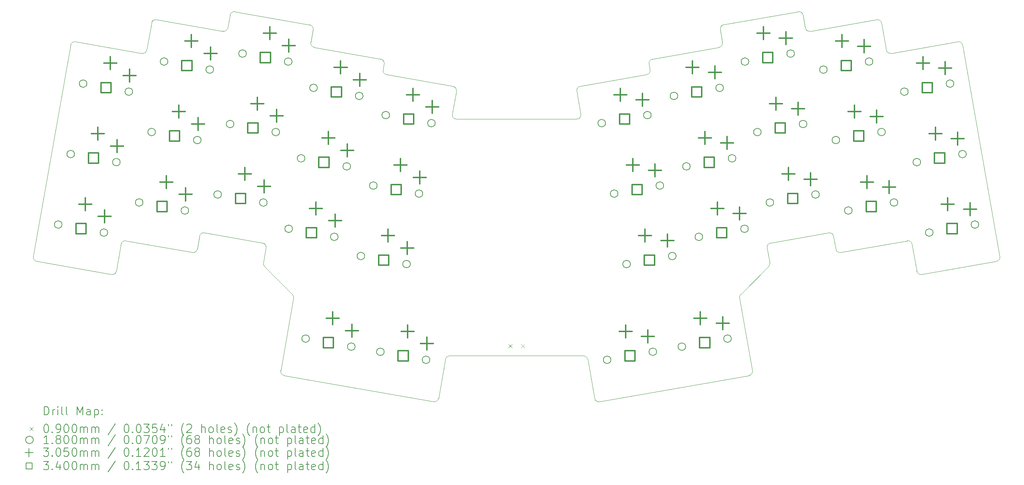
<source format=gbr>
%TF.GenerationSoftware,KiCad,Pcbnew,7.0.6*%
%TF.CreationDate,2023-07-14T18:55:36+02:00*%
%TF.ProjectId,Choc34SB,43686f63-3334-4534-922e-6b696361645f,rev?*%
%TF.SameCoordinates,Original*%
%TF.FileFunction,Drillmap*%
%TF.FilePolarity,Positive*%
%FSLAX45Y45*%
G04 Gerber Fmt 4.5, Leading zero omitted, Abs format (unit mm)*
G04 Created by KiCad (PCBNEW 7.0.6) date 2023-07-14 18:55:36*
%MOMM*%
%LPD*%
G01*
G04 APERTURE LIST*
%ADD10C,0.010000*%
%ADD11C,0.200000*%
%ADD12C,0.090000*%
%ADD13C,0.180000*%
%ADD14C,0.305000*%
%ADD15C,0.340000*%
G04 APERTURE END LIST*
D10*
X20076700Y-5530759D02*
X18499542Y-5808853D01*
X6734166Y-4871151D02*
G75*
G03*
X6618320Y-4952270I-17366J-98479D01*
G01*
X21282015Y-10647375D02*
X21219817Y-10294633D01*
X9297157Y-10735181D02*
X9957056Y-11400112D01*
X17244258Y-13950523D02*
X20789565Y-13325388D01*
X9984559Y-11487918D02*
G75*
G03*
X9957056Y-11400112I-98499J17358D01*
G01*
X24885440Y-10927722D02*
X26658094Y-10615155D01*
X16785928Y-6456257D02*
G75*
G03*
X16704812Y-6572101I17382J-98493D01*
G01*
X22072134Y-4762585D02*
G75*
G03*
X21956289Y-4681469I-98474J-17355D01*
G01*
X10395312Y-5415170D02*
G75*
G03*
X10476435Y-5531017I98488J-17360D01*
G01*
X13750572Y-7118175D02*
G75*
G03*
X13849050Y-7235539I98468J-17375D01*
G01*
X24656728Y-10206479D02*
G75*
G03*
X24540878Y-10125365I-98498J-17391D01*
G01*
X13846853Y-6572100D02*
G75*
G03*
X13765741Y-6456255I-98474J17370D01*
G01*
X4698066Y-5476790D02*
X3812460Y-10499309D01*
X13685388Y-12858672D02*
X16866282Y-12858671D01*
X7872007Y-9935679D02*
X9250737Y-10178787D01*
X9269654Y-10647375D02*
G75*
G03*
X9297157Y-10735181I98476J-17365D01*
G01*
X7702331Y-10322086D02*
X7756161Y-10016796D01*
X26739210Y-10499309D02*
X25853604Y-5476790D01*
X25737759Y-5395674D02*
X24162067Y-5673511D01*
X12108937Y-6062573D02*
G75*
G03*
X12190048Y-6178418I98493J-17357D01*
G01*
X21254516Y-10735185D02*
G75*
G03*
X21282015Y-10647375I-70966J70435D01*
G01*
X18499541Y-5808846D02*
G75*
G03*
X18418426Y-5924699I17369J-98484D01*
G01*
X22125970Y-5067874D02*
G75*
G03*
X22241811Y-5148991I98480J17364D01*
G01*
X24656723Y-10206480D02*
X24769595Y-10846605D01*
X9762105Y-13325389D02*
X13307412Y-13950522D01*
X18361623Y-6178421D02*
G75*
G03*
X18442737Y-6062573I-17353J98472D01*
G01*
X20076701Y-5530766D02*
G75*
G03*
X20158065Y-5416391I-17371J98486D01*
G01*
X9331854Y-10294633D02*
X9269655Y-10647375D01*
X17128412Y-13869407D02*
G75*
G03*
X17244258Y-13950523I98468J17347D01*
G01*
X24046227Y-5592393D02*
G75*
G03*
X24162067Y-5673511I98473J17353D01*
G01*
X16964768Y-12941305D02*
G75*
G03*
X16866282Y-12858671I-98488J-17375D01*
G01*
X20594615Y-11400111D02*
X21254513Y-10735182D01*
X23817504Y-4871154D02*
X22241811Y-5148991D01*
X13685388Y-12858670D02*
G75*
G03*
X13586907Y-12941307I-8J-99990D01*
G01*
X22795507Y-10016795D02*
G75*
G03*
X22679663Y-9935679I-98487J-17375D01*
G01*
X6010792Y-10125364D02*
X7586485Y-10403202D01*
X6010793Y-10125358D02*
G75*
G03*
X5894947Y-10206480I-17363J-98483D01*
G01*
X7872007Y-9935678D02*
G75*
G03*
X7756161Y-10016796I-17357J-98492D01*
G01*
X23933344Y-4952271D02*
G75*
G03*
X23817504Y-4871154I-98484J-17369D01*
G01*
X10395319Y-5415172D02*
X10449150Y-5109881D01*
X12052127Y-5808854D02*
X10476435Y-5531017D01*
X5666229Y-10927727D02*
G75*
G03*
X5782076Y-10846605I17361J98487D01*
G01*
X21300933Y-10178788D02*
G75*
G03*
X21219817Y-10294633I17368J-98482D01*
G01*
X16702619Y-7235540D02*
X13849050Y-7235539D01*
X16702619Y-7235542D02*
G75*
G03*
X16801100Y-7118174I11J99992D01*
G01*
X24046221Y-5592394D02*
X23933350Y-4952270D01*
X8479535Y-4762584D02*
X8425704Y-5067874D01*
X22849342Y-10322085D02*
G75*
G03*
X22965185Y-10403201I98488J17375D01*
G01*
X9331854Y-10294633D02*
G75*
G03*
X9250737Y-10178787I-98484J17363D01*
G01*
X18361622Y-6178418D02*
X16785928Y-6456256D01*
X20189700Y-4992966D02*
G75*
G03*
X20108336Y-5107333I17370J-98484D01*
G01*
X22125966Y-5067875D02*
X22072135Y-4762585D01*
X6618320Y-4952270D02*
X6505448Y-5592395D01*
X3812459Y-10499309D02*
G75*
G03*
X3893575Y-10615154I98471J-17371D01*
G01*
X16704812Y-6572101D02*
X16801100Y-7118174D01*
X18418426Y-5924699D02*
X18442737Y-6062573D01*
X10368034Y-4994035D02*
X8595380Y-4681469D01*
X16964763Y-12941306D02*
X17128412Y-13869407D01*
X13423259Y-13869406D02*
X13586907Y-12941307D01*
X8595380Y-4681467D02*
G75*
G03*
X8479535Y-4762584I-17370J-98473D01*
G01*
X6389604Y-5673511D02*
X4813911Y-5395673D01*
X26658094Y-10615154D02*
G75*
G03*
X26739210Y-10499309I-17384J98494D01*
G01*
X20108336Y-5107333D02*
X20158066Y-5416391D01*
X6389603Y-5673512D02*
G75*
G03*
X6505448Y-5592395I17357J98492D01*
G01*
X20789565Y-13325384D02*
G75*
G03*
X20870682Y-13209543I-17355J98474D01*
G01*
X12108933Y-6062572D02*
X12133243Y-5924700D01*
X5782076Y-10846605D02*
X5894947Y-10206480D01*
X21300932Y-10178787D02*
X22679663Y-9935679D01*
X24769595Y-10846605D02*
G75*
G03*
X24885440Y-10927722I98475J17355D01*
G01*
X7586484Y-10403204D02*
G75*
G03*
X7702331Y-10322086I17356J98494D01*
G01*
X21956289Y-4681469D02*
X20189700Y-4992966D01*
X10449152Y-5109881D02*
G75*
G03*
X10368034Y-4994035I-98472J17371D01*
G01*
X25853600Y-5476791D02*
G75*
G03*
X25737759Y-5395674I-98470J-17349D01*
G01*
X22795509Y-10016795D02*
X22849339Y-10322086D01*
X22965185Y-10403201D02*
X24540878Y-10125365D01*
X8309858Y-5148991D02*
G75*
G03*
X8425704Y-5067874I17372J98471D01*
G01*
X13765741Y-6456255D02*
X12190048Y-6178418D01*
X3893575Y-10615154D02*
X5666230Y-10927722D01*
X8309858Y-5148991D02*
X6734166Y-4871154D01*
X13307413Y-13950518D02*
G75*
G03*
X13423259Y-13869406I17367J98478D01*
G01*
X9984558Y-11487917D02*
X9680988Y-13209543D01*
X13750570Y-7118175D02*
X13846858Y-6572101D01*
X20870682Y-13209543D02*
X20567112Y-11487917D01*
X9680988Y-13209543D02*
G75*
G03*
X9762105Y-13325389I98492J-17357D01*
G01*
X4813912Y-5395666D02*
G75*
G03*
X4698066Y-5476790I-17362J-98484D01*
G01*
X12133243Y-5924700D02*
G75*
G03*
X12052127Y-5808854I-98503J17350D01*
G01*
X20594618Y-11400114D02*
G75*
G03*
X20567112Y-11487917I70952J-70436D01*
G01*
D11*
D12*
X15080835Y-12580871D02*
X15170835Y-12670871D01*
X15170835Y-12580871D02*
X15080835Y-12670871D01*
X15380835Y-12580871D02*
X15470835Y-12670871D01*
X15470835Y-12580871D02*
X15380835Y-12670871D01*
D13*
X4493224Y-9740365D02*
G75*
G03*
X4493224Y-9740365I-90000J0D01*
G01*
X4788426Y-8066191D02*
G75*
G03*
X4788426Y-8066191I-90000J0D01*
G01*
X5083628Y-6392017D02*
G75*
G03*
X5083628Y-6392017I-90000J0D01*
G01*
X5576513Y-9931378D02*
G75*
G03*
X5576513Y-9931378I-90000J0D01*
G01*
X5871715Y-8257204D02*
G75*
G03*
X5871715Y-8257204I-90000J0D01*
G01*
X6166917Y-6583030D02*
G75*
G03*
X6166917Y-6583030I-90000J0D01*
G01*
X6413479Y-9215844D02*
G75*
G03*
X6413479Y-9215844I-90000J0D01*
G01*
X6708681Y-7541671D02*
G75*
G03*
X6708681Y-7541671I-90000J0D01*
G01*
X7003883Y-5867499D02*
G75*
G03*
X7003883Y-5867499I-90000J0D01*
G01*
X7496768Y-9406857D02*
G75*
G03*
X7496768Y-9406857I-90000J0D01*
G01*
X7791970Y-7732684D02*
G75*
G03*
X7791970Y-7732684I-90000J0D01*
G01*
X8087172Y-6058512D02*
G75*
G03*
X8087172Y-6058512I-90000J0D01*
G01*
X8274693Y-9026159D02*
G75*
G03*
X8274693Y-9026159I-90000J0D01*
G01*
X8569895Y-7351985D02*
G75*
G03*
X8569895Y-7351985I-90000J0D01*
G01*
X8865097Y-5677813D02*
G75*
G03*
X8865097Y-5677813I-90000J0D01*
G01*
X9357982Y-9217172D02*
G75*
G03*
X9357982Y-9217172I-90000J0D01*
G01*
X9653184Y-7542998D02*
G75*
G03*
X9653184Y-7542998I-90000J0D01*
G01*
X9948385Y-5868826D02*
G75*
G03*
X9948385Y-5868826I-90000J0D01*
G01*
X9958787Y-9840978D02*
G75*
G03*
X9958787Y-9840978I-90000J0D01*
G01*
X10253989Y-8166804D02*
G75*
G03*
X10253989Y-8166804I-90000J0D01*
G01*
X10361753Y-12450598D02*
G75*
G03*
X10361753Y-12450598I-90000J0D01*
G01*
X10549191Y-6492632D02*
G75*
G03*
X10549191Y-6492632I-90000J0D01*
G01*
X11042076Y-10031991D02*
G75*
G03*
X11042076Y-10031991I-90000J0D01*
G01*
X11337277Y-8357817D02*
G75*
G03*
X11337277Y-8357817I-90000J0D01*
G01*
X11445042Y-12641611D02*
G75*
G03*
X11445042Y-12641611I-90000J0D01*
G01*
X11632479Y-6683645D02*
G75*
G03*
X11632479Y-6683645I-90000J0D01*
G01*
X11672400Y-10488379D02*
G75*
G03*
X11672400Y-10488379I-90000J0D01*
G01*
X11967603Y-8814206D02*
G75*
G03*
X11967603Y-8814206I-90000J0D01*
G01*
X12134407Y-12763165D02*
G75*
G03*
X12134407Y-12763165I-90000J0D01*
G01*
X12262804Y-7140033D02*
G75*
G03*
X12262804Y-7140033I-90000J0D01*
G01*
X12755688Y-10679392D02*
G75*
G03*
X12755688Y-10679392I-90000J0D01*
G01*
X13050891Y-9005219D02*
G75*
G03*
X13050891Y-9005219I-90000J0D01*
G01*
X13217696Y-12954178D02*
G75*
G03*
X13217696Y-12954178I-90000J0D01*
G01*
X13346093Y-7331046D02*
G75*
G03*
X13346093Y-7331046I-90000J0D01*
G01*
X17385577Y-7331046D02*
G75*
G03*
X17385577Y-7331046I-90000J0D01*
G01*
X17513974Y-12954178D02*
G75*
G03*
X17513974Y-12954178I-90000J0D01*
G01*
X17680779Y-9005219D02*
G75*
G03*
X17680779Y-9005219I-90000J0D01*
G01*
X17975981Y-10679393D02*
G75*
G03*
X17975981Y-10679393I-90000J0D01*
G01*
X18468866Y-7140033D02*
G75*
G03*
X18468866Y-7140033I-90000J0D01*
G01*
X18597263Y-12763165D02*
G75*
G03*
X18597263Y-12763165I-90000J0D01*
G01*
X18764067Y-8814206D02*
G75*
G03*
X18764067Y-8814206I-90000J0D01*
G01*
X19059270Y-10488380D02*
G75*
G03*
X19059270Y-10488380I-90000J0D01*
G01*
X19099191Y-6683645D02*
G75*
G03*
X19099191Y-6683645I-90000J0D01*
G01*
X19286628Y-12641611D02*
G75*
G03*
X19286628Y-12641611I-90000J0D01*
G01*
X19394392Y-8357818D02*
G75*
G03*
X19394392Y-8357818I-90000J0D01*
G01*
X19689594Y-10031991D02*
G75*
G03*
X19689594Y-10031991I-90000J0D01*
G01*
X20182479Y-6492632D02*
G75*
G03*
X20182479Y-6492632I-90000J0D01*
G01*
X20369917Y-12450598D02*
G75*
G03*
X20369917Y-12450598I-90000J0D01*
G01*
X20477681Y-8166805D02*
G75*
G03*
X20477681Y-8166805I-90000J0D01*
G01*
X20772883Y-9840978D02*
G75*
G03*
X20772883Y-9840978I-90000J0D01*
G01*
X20783284Y-5868826D02*
G75*
G03*
X20783284Y-5868826I-90000J0D01*
G01*
X21078486Y-7542999D02*
G75*
G03*
X21078486Y-7542999I-90000J0D01*
G01*
X21373687Y-9217172D02*
G75*
G03*
X21373687Y-9217172I-90000J0D01*
G01*
X21866573Y-5677813D02*
G75*
G03*
X21866573Y-5677813I-90000J0D01*
G01*
X22161774Y-7351986D02*
G75*
G03*
X22161774Y-7351986I-90000J0D01*
G01*
X22456976Y-9026159D02*
G75*
G03*
X22456976Y-9026159I-90000J0D01*
G01*
X22644498Y-6058511D02*
G75*
G03*
X22644498Y-6058511I-90000J0D01*
G01*
X22939700Y-7732684D02*
G75*
G03*
X22939700Y-7732684I-90000J0D01*
G01*
X23234903Y-9406857D02*
G75*
G03*
X23234903Y-9406857I-90000J0D01*
G01*
X23727787Y-5867498D02*
G75*
G03*
X23727787Y-5867498I-90000J0D01*
G01*
X24022988Y-7541671D02*
G75*
G03*
X24022988Y-7541671I-90000J0D01*
G01*
X24318191Y-9215844D02*
G75*
G03*
X24318191Y-9215844I-90000J0D01*
G01*
X24564753Y-6583031D02*
G75*
G03*
X24564753Y-6583031I-90000J0D01*
G01*
X24859955Y-8257204D02*
G75*
G03*
X24859955Y-8257204I-90000J0D01*
G01*
X25155157Y-9931377D02*
G75*
G03*
X25155157Y-9931377I-90000J0D01*
G01*
X25648042Y-6392018D02*
G75*
G03*
X25648042Y-6392018I-90000J0D01*
G01*
X25943244Y-8066191D02*
G75*
G03*
X25943244Y-8066191I-90000J0D01*
G01*
X26238445Y-9740364D02*
G75*
G03*
X26238445Y-9740364I-90000J0D01*
G01*
D14*
X5047321Y-9102335D02*
X5047321Y-9407335D01*
X4894821Y-9254835D02*
X5199821Y-9254835D01*
X5342523Y-7428161D02*
X5342523Y-7733161D01*
X5190023Y-7580661D02*
X5495023Y-7580661D01*
X5503259Y-9395968D02*
X5503259Y-9700968D01*
X5350759Y-9548468D02*
X5655759Y-9548468D01*
X5637725Y-5753987D02*
X5637725Y-6058987D01*
X5485225Y-5906487D02*
X5790225Y-5906487D01*
X5798460Y-7721795D02*
X5798460Y-8026795D01*
X5645960Y-7874295D02*
X5950960Y-7874295D01*
X6093663Y-6047621D02*
X6093663Y-6352621D01*
X5941163Y-6200121D02*
X6246163Y-6200121D01*
X6967576Y-8577814D02*
X6967576Y-8882814D01*
X6815076Y-8730314D02*
X7120076Y-8730314D01*
X7262778Y-6903640D02*
X7262778Y-7208640D01*
X7110278Y-7056140D02*
X7415278Y-7056140D01*
X7423514Y-8871448D02*
X7423514Y-9176448D01*
X7271014Y-9023948D02*
X7576014Y-9023948D01*
X7557980Y-5229469D02*
X7557980Y-5534469D01*
X7405480Y-5381969D02*
X7710480Y-5381969D01*
X7718716Y-7197274D02*
X7718716Y-7502274D01*
X7566216Y-7349774D02*
X7871216Y-7349774D01*
X8013917Y-5523102D02*
X8013917Y-5828102D01*
X7861417Y-5675602D02*
X8166417Y-5675602D01*
X8828790Y-8388129D02*
X8828790Y-8693129D01*
X8676290Y-8540629D02*
X8981290Y-8540629D01*
X9123992Y-6713955D02*
X9123992Y-7018955D01*
X8971492Y-6866455D02*
X9276492Y-6866455D01*
X9284728Y-8681763D02*
X9284728Y-8986763D01*
X9132228Y-8834263D02*
X9437228Y-8834263D01*
X9419193Y-5039783D02*
X9419193Y-5344783D01*
X9266693Y-5192283D02*
X9571693Y-5192283D01*
X9579930Y-7007589D02*
X9579930Y-7312589D01*
X9427430Y-7160089D02*
X9732430Y-7160089D01*
X9875131Y-5333416D02*
X9875131Y-5638416D01*
X9722631Y-5485916D02*
X10027631Y-5485916D01*
X10512884Y-9202947D02*
X10512884Y-9507947D01*
X10360384Y-9355447D02*
X10665384Y-9355447D01*
X10808086Y-7528774D02*
X10808086Y-7833774D01*
X10655586Y-7681274D02*
X10960586Y-7681274D01*
X10915850Y-11812568D02*
X10915850Y-12117568D01*
X10763350Y-11965068D02*
X11068350Y-11965068D01*
X10968822Y-9496581D02*
X10968822Y-9801581D01*
X10816322Y-9649081D02*
X11121322Y-9649081D01*
X11103287Y-5854601D02*
X11103287Y-6159601D01*
X10950787Y-6007101D02*
X11255787Y-6007101D01*
X11264023Y-7822408D02*
X11264023Y-8127408D01*
X11111523Y-7974908D02*
X11416523Y-7974908D01*
X11371788Y-12106202D02*
X11371788Y-12411202D01*
X11219288Y-12258702D02*
X11524288Y-12258702D01*
X11559225Y-6148235D02*
X11559225Y-6453235D01*
X11406725Y-6300735D02*
X11711725Y-6300735D01*
X12226497Y-9850349D02*
X12226497Y-10155349D01*
X12073997Y-10002849D02*
X12378997Y-10002849D01*
X12521699Y-8176176D02*
X12521699Y-8481176D01*
X12369199Y-8328676D02*
X12674199Y-8328676D01*
X12682434Y-10143983D02*
X12682434Y-10448983D01*
X12529934Y-10296483D02*
X12834934Y-10296483D01*
X12688504Y-12125135D02*
X12688504Y-12430135D01*
X12536004Y-12277635D02*
X12841004Y-12277635D01*
X12816901Y-6502003D02*
X12816901Y-6807003D01*
X12664401Y-6654503D02*
X12969401Y-6654503D01*
X12977637Y-8469809D02*
X12977637Y-8774809D01*
X12825137Y-8622309D02*
X13130137Y-8622309D01*
X13144442Y-12418769D02*
X13144442Y-12723769D01*
X12991942Y-12571269D02*
X13296942Y-12571269D01*
X13272839Y-6795636D02*
X13272839Y-7100636D01*
X13120339Y-6948136D02*
X13425339Y-6948136D01*
X17734769Y-6502002D02*
X17734769Y-6807002D01*
X17582269Y-6654502D02*
X17887269Y-6654502D01*
X17863166Y-12125135D02*
X17863166Y-12430135D01*
X17710666Y-12277635D02*
X18015666Y-12277635D01*
X18029971Y-8176176D02*
X18029971Y-8481176D01*
X17877471Y-8328676D02*
X18182471Y-8328676D01*
X18263639Y-6621988D02*
X18263639Y-6926988D01*
X18111139Y-6774488D02*
X18416139Y-6774488D01*
X18325173Y-9850349D02*
X18325173Y-10155349D01*
X18172673Y-10002849D02*
X18477673Y-10002849D01*
X18392036Y-12245121D02*
X18392036Y-12550121D01*
X18239536Y-12397621D02*
X18544536Y-12397621D01*
X18558841Y-8296161D02*
X18558841Y-8601162D01*
X18406341Y-8448662D02*
X18711341Y-8448662D01*
X18854043Y-9970335D02*
X18854043Y-10275335D01*
X18701543Y-10122835D02*
X19006543Y-10122835D01*
X19448382Y-5854602D02*
X19448382Y-6159602D01*
X19295882Y-6007102D02*
X19600882Y-6007102D01*
X19635820Y-11812568D02*
X19635820Y-12117568D01*
X19483320Y-11965068D02*
X19788320Y-11965068D01*
X19743584Y-7528775D02*
X19743584Y-7833775D01*
X19591084Y-7681275D02*
X19896084Y-7681275D01*
X19977252Y-5974587D02*
X19977252Y-6279587D01*
X19824752Y-6127087D02*
X20129752Y-6127087D01*
X20038786Y-9202948D02*
X20038786Y-9507948D01*
X19886286Y-9355448D02*
X20191286Y-9355448D01*
X20164690Y-11932553D02*
X20164690Y-12237553D01*
X20012190Y-12085053D02*
X20317190Y-12085053D01*
X20272454Y-7648760D02*
X20272454Y-7953760D01*
X20119954Y-7801260D02*
X20424954Y-7801260D01*
X20567656Y-9322933D02*
X20567656Y-9627933D01*
X20415156Y-9475433D02*
X20720156Y-9475433D01*
X21132476Y-5039783D02*
X21132476Y-5344783D01*
X20979976Y-5192283D02*
X21284976Y-5192283D01*
X21427678Y-6713956D02*
X21427678Y-7018956D01*
X21275178Y-6866456D02*
X21580178Y-6866456D01*
X21661346Y-5159768D02*
X21661346Y-5464768D01*
X21508846Y-5312268D02*
X21813846Y-5312268D01*
X21722879Y-8388129D02*
X21722879Y-8693129D01*
X21570379Y-8540629D02*
X21875379Y-8540629D01*
X21956548Y-6833941D02*
X21956548Y-7138941D01*
X21804048Y-6986441D02*
X22109048Y-6986441D01*
X22251749Y-8508114D02*
X22251749Y-8813114D01*
X22099249Y-8660614D02*
X22404249Y-8660614D01*
X22993690Y-5229468D02*
X22993690Y-5534468D01*
X22841190Y-5381968D02*
X23146190Y-5381968D01*
X23288892Y-6903641D02*
X23288892Y-7208641D01*
X23136392Y-7056141D02*
X23441392Y-7056141D01*
X23522560Y-5349454D02*
X23522560Y-5654453D01*
X23370060Y-5501954D02*
X23675060Y-5501954D01*
X23584094Y-8577814D02*
X23584094Y-8882814D01*
X23431594Y-8730314D02*
X23736594Y-8730314D01*
X23817762Y-7023627D02*
X23817762Y-7328627D01*
X23665262Y-7176127D02*
X23970262Y-7176127D01*
X24112964Y-8697799D02*
X24112964Y-9002799D01*
X23960464Y-8850299D02*
X24265464Y-8850299D01*
X24913945Y-5753988D02*
X24913945Y-6058988D01*
X24761445Y-5906488D02*
X25066445Y-5906488D01*
X25209147Y-7428161D02*
X25209147Y-7733161D01*
X25056647Y-7580661D02*
X25361647Y-7580661D01*
X25442815Y-5873973D02*
X25442815Y-6178973D01*
X25290315Y-6026473D02*
X25595315Y-6026473D01*
X25504349Y-9102334D02*
X25504349Y-9407334D01*
X25351849Y-9254834D02*
X25656849Y-9254834D01*
X25738017Y-7548147D02*
X25738017Y-7853147D01*
X25585517Y-7700647D02*
X25890517Y-7700647D01*
X26033219Y-9222320D02*
X26033219Y-9527320D01*
X25880719Y-9374820D02*
X26185719Y-9374820D01*
D15*
X5065078Y-9956081D02*
X5065078Y-9715662D01*
X4824659Y-9715662D01*
X4824659Y-9956081D01*
X5065078Y-9956081D01*
X5360280Y-8281907D02*
X5360280Y-8041488D01*
X5119861Y-8041488D01*
X5119861Y-8281907D01*
X5360280Y-8281907D01*
X5655482Y-6607733D02*
X5655482Y-6367314D01*
X5415063Y-6367314D01*
X5415063Y-6607733D01*
X5655482Y-6607733D01*
X6985333Y-9431560D02*
X6985333Y-9191141D01*
X6744914Y-9191141D01*
X6744914Y-9431560D01*
X6985333Y-9431560D01*
X7280535Y-7757386D02*
X7280535Y-7516968D01*
X7040116Y-7516968D01*
X7040116Y-7757386D01*
X7280535Y-7757386D01*
X7575737Y-6083214D02*
X7575737Y-5842796D01*
X7335318Y-5842796D01*
X7335318Y-6083214D01*
X7575737Y-6083214D01*
X8846547Y-9241875D02*
X8846547Y-9001457D01*
X8606129Y-9001457D01*
X8606129Y-9241875D01*
X8846547Y-9241875D01*
X9141749Y-7567701D02*
X9141749Y-7327283D01*
X8901330Y-7327283D01*
X8901330Y-7567701D01*
X9141749Y-7567701D01*
X9436950Y-5893529D02*
X9436950Y-5653110D01*
X9196532Y-5653110D01*
X9196532Y-5893529D01*
X9436950Y-5893529D01*
X10530641Y-10056693D02*
X10530641Y-9816275D01*
X10290222Y-9816275D01*
X10290222Y-10056693D01*
X10530641Y-10056693D01*
X10825842Y-8382520D02*
X10825842Y-8142102D01*
X10585424Y-8142102D01*
X10585424Y-8382520D01*
X10825842Y-8382520D01*
X10933607Y-12666314D02*
X10933607Y-12425895D01*
X10693188Y-12425895D01*
X10693188Y-12666314D01*
X10933607Y-12666314D01*
X11121044Y-6708347D02*
X11121044Y-6467929D01*
X10880626Y-6467929D01*
X10880626Y-6708347D01*
X11121044Y-6708347D01*
X12244253Y-10704095D02*
X12244253Y-10463676D01*
X12003835Y-10463676D01*
X12003835Y-10704095D01*
X12244253Y-10704095D01*
X12539456Y-9029922D02*
X12539456Y-8789503D01*
X12299038Y-8789503D01*
X12299038Y-9029922D01*
X12539456Y-9029922D01*
X12706261Y-12978881D02*
X12706261Y-12738462D01*
X12465842Y-12738462D01*
X12465842Y-12978881D01*
X12706261Y-12978881D01*
X12834658Y-7355749D02*
X12834658Y-7115330D01*
X12594239Y-7115330D01*
X12594239Y-7355749D01*
X12834658Y-7355749D01*
X17957431Y-7355748D02*
X17957431Y-7115330D01*
X17717012Y-7115330D01*
X17717012Y-7355748D01*
X17957431Y-7355748D01*
X18085828Y-12978881D02*
X18085828Y-12738463D01*
X17845409Y-12738463D01*
X17845409Y-12978881D01*
X18085828Y-12978881D01*
X18252632Y-9029922D02*
X18252632Y-8789503D01*
X18012214Y-8789503D01*
X18012214Y-9029922D01*
X18252632Y-9029922D01*
X18547835Y-10704095D02*
X18547835Y-10463677D01*
X18307416Y-10463677D01*
X18307416Y-10704095D01*
X18547835Y-10704095D01*
X19671044Y-6708348D02*
X19671044Y-6467929D01*
X19430626Y-6467929D01*
X19430626Y-6708348D01*
X19671044Y-6708348D01*
X19858482Y-12666314D02*
X19858482Y-12425895D01*
X19618063Y-12425895D01*
X19618063Y-12666314D01*
X19858482Y-12666314D01*
X19966246Y-8382520D02*
X19966246Y-8142102D01*
X19725827Y-8142102D01*
X19725827Y-8382520D01*
X19966246Y-8382520D01*
X20261448Y-10056694D02*
X20261448Y-9816275D01*
X20021029Y-9816275D01*
X20021029Y-10056694D01*
X20261448Y-10056694D01*
X21355138Y-5893528D02*
X21355138Y-5653110D01*
X21114719Y-5653110D01*
X21114719Y-5893528D01*
X21355138Y-5893528D01*
X21650339Y-7567702D02*
X21650339Y-7327283D01*
X21409921Y-7327283D01*
X21409921Y-7567702D01*
X21650339Y-7567702D01*
X21945541Y-9241875D02*
X21945541Y-9001456D01*
X21705122Y-9001456D01*
X21705122Y-9241875D01*
X21945541Y-9241875D01*
X23216352Y-6083214D02*
X23216352Y-5842795D01*
X22975933Y-5842795D01*
X22975933Y-6083214D01*
X23216352Y-6083214D01*
X23511553Y-7757387D02*
X23511553Y-7516968D01*
X23271135Y-7516968D01*
X23271135Y-7757387D01*
X23511553Y-7757387D01*
X23806756Y-9431560D02*
X23806756Y-9191141D01*
X23566338Y-9191141D01*
X23566338Y-9431560D01*
X23806756Y-9431560D01*
X25136607Y-6607734D02*
X25136607Y-6367315D01*
X24896188Y-6367315D01*
X24896188Y-6607734D01*
X25136607Y-6607734D01*
X25431809Y-8281907D02*
X25431809Y-8041489D01*
X25191390Y-8041489D01*
X25191390Y-8281907D01*
X25431809Y-8281907D01*
X25727010Y-9956080D02*
X25727010Y-9715662D01*
X25486592Y-9715662D01*
X25486592Y-9956080D01*
X25727010Y-9956080D01*
D11*
X4071215Y-14264028D02*
X4071215Y-14064028D01*
X4071215Y-14064028D02*
X4118834Y-14064028D01*
X4118834Y-14064028D02*
X4147405Y-14073552D01*
X4147405Y-14073552D02*
X4166453Y-14092600D01*
X4166453Y-14092600D02*
X4175977Y-14111647D01*
X4175977Y-14111647D02*
X4185501Y-14149742D01*
X4185501Y-14149742D02*
X4185501Y-14178314D01*
X4185501Y-14178314D02*
X4175977Y-14216409D01*
X4175977Y-14216409D02*
X4166453Y-14235457D01*
X4166453Y-14235457D02*
X4147405Y-14254504D01*
X4147405Y-14254504D02*
X4118834Y-14264028D01*
X4118834Y-14264028D02*
X4071215Y-14264028D01*
X4271215Y-14264028D02*
X4271215Y-14130695D01*
X4271215Y-14168790D02*
X4280739Y-14149742D01*
X4280739Y-14149742D02*
X4290263Y-14140219D01*
X4290263Y-14140219D02*
X4309310Y-14130695D01*
X4309310Y-14130695D02*
X4328358Y-14130695D01*
X4395025Y-14264028D02*
X4395025Y-14130695D01*
X4395025Y-14064028D02*
X4385501Y-14073552D01*
X4385501Y-14073552D02*
X4395025Y-14083076D01*
X4395025Y-14083076D02*
X4404548Y-14073552D01*
X4404548Y-14073552D02*
X4395025Y-14064028D01*
X4395025Y-14064028D02*
X4395025Y-14083076D01*
X4518834Y-14264028D02*
X4499786Y-14254504D01*
X4499786Y-14254504D02*
X4490263Y-14235457D01*
X4490263Y-14235457D02*
X4490263Y-14064028D01*
X4623596Y-14264028D02*
X4604548Y-14254504D01*
X4604548Y-14254504D02*
X4595025Y-14235457D01*
X4595025Y-14235457D02*
X4595025Y-14064028D01*
X4852167Y-14264028D02*
X4852167Y-14064028D01*
X4852167Y-14064028D02*
X4918834Y-14206885D01*
X4918834Y-14206885D02*
X4985501Y-14064028D01*
X4985501Y-14064028D02*
X4985501Y-14264028D01*
X5166453Y-14264028D02*
X5166453Y-14159266D01*
X5166453Y-14159266D02*
X5156929Y-14140219D01*
X5156929Y-14140219D02*
X5137882Y-14130695D01*
X5137882Y-14130695D02*
X5099786Y-14130695D01*
X5099786Y-14130695D02*
X5080739Y-14140219D01*
X5166453Y-14254504D02*
X5147406Y-14264028D01*
X5147406Y-14264028D02*
X5099786Y-14264028D01*
X5099786Y-14264028D02*
X5080739Y-14254504D01*
X5080739Y-14254504D02*
X5071215Y-14235457D01*
X5071215Y-14235457D02*
X5071215Y-14216409D01*
X5071215Y-14216409D02*
X5080739Y-14197362D01*
X5080739Y-14197362D02*
X5099786Y-14187838D01*
X5099786Y-14187838D02*
X5147406Y-14187838D01*
X5147406Y-14187838D02*
X5166453Y-14178314D01*
X5261691Y-14130695D02*
X5261691Y-14330695D01*
X5261691Y-14140219D02*
X5280739Y-14130695D01*
X5280739Y-14130695D02*
X5318834Y-14130695D01*
X5318834Y-14130695D02*
X5337882Y-14140219D01*
X5337882Y-14140219D02*
X5347406Y-14149742D01*
X5347406Y-14149742D02*
X5356929Y-14168790D01*
X5356929Y-14168790D02*
X5356929Y-14225933D01*
X5356929Y-14225933D02*
X5347406Y-14244981D01*
X5347406Y-14244981D02*
X5337882Y-14254504D01*
X5337882Y-14254504D02*
X5318834Y-14264028D01*
X5318834Y-14264028D02*
X5280739Y-14264028D01*
X5280739Y-14264028D02*
X5261691Y-14254504D01*
X5442644Y-14244981D02*
X5452167Y-14254504D01*
X5452167Y-14254504D02*
X5442644Y-14264028D01*
X5442644Y-14264028D02*
X5433120Y-14254504D01*
X5433120Y-14254504D02*
X5442644Y-14244981D01*
X5442644Y-14244981D02*
X5442644Y-14264028D01*
X5442644Y-14140219D02*
X5452167Y-14149742D01*
X5452167Y-14149742D02*
X5442644Y-14159266D01*
X5442644Y-14159266D02*
X5433120Y-14149742D01*
X5433120Y-14149742D02*
X5442644Y-14140219D01*
X5442644Y-14140219D02*
X5442644Y-14159266D01*
D12*
X3720438Y-14547544D02*
X3810438Y-14637544D01*
X3810438Y-14547544D02*
X3720438Y-14637544D01*
D11*
X4109310Y-14484028D02*
X4128358Y-14484028D01*
X4128358Y-14484028D02*
X4147405Y-14493552D01*
X4147405Y-14493552D02*
X4156929Y-14503076D01*
X4156929Y-14503076D02*
X4166453Y-14522123D01*
X4166453Y-14522123D02*
X4175977Y-14560219D01*
X4175977Y-14560219D02*
X4175977Y-14607838D01*
X4175977Y-14607838D02*
X4166453Y-14645933D01*
X4166453Y-14645933D02*
X4156929Y-14664981D01*
X4156929Y-14664981D02*
X4147405Y-14674504D01*
X4147405Y-14674504D02*
X4128358Y-14684028D01*
X4128358Y-14684028D02*
X4109310Y-14684028D01*
X4109310Y-14684028D02*
X4090263Y-14674504D01*
X4090263Y-14674504D02*
X4080739Y-14664981D01*
X4080739Y-14664981D02*
X4071215Y-14645933D01*
X4071215Y-14645933D02*
X4061691Y-14607838D01*
X4061691Y-14607838D02*
X4061691Y-14560219D01*
X4061691Y-14560219D02*
X4071215Y-14522123D01*
X4071215Y-14522123D02*
X4080739Y-14503076D01*
X4080739Y-14503076D02*
X4090263Y-14493552D01*
X4090263Y-14493552D02*
X4109310Y-14484028D01*
X4261691Y-14664981D02*
X4271215Y-14674504D01*
X4271215Y-14674504D02*
X4261691Y-14684028D01*
X4261691Y-14684028D02*
X4252167Y-14674504D01*
X4252167Y-14674504D02*
X4261691Y-14664981D01*
X4261691Y-14664981D02*
X4261691Y-14684028D01*
X4366453Y-14684028D02*
X4404548Y-14684028D01*
X4404548Y-14684028D02*
X4423596Y-14674504D01*
X4423596Y-14674504D02*
X4433120Y-14664981D01*
X4433120Y-14664981D02*
X4452167Y-14636409D01*
X4452167Y-14636409D02*
X4461691Y-14598314D01*
X4461691Y-14598314D02*
X4461691Y-14522123D01*
X4461691Y-14522123D02*
X4452167Y-14503076D01*
X4452167Y-14503076D02*
X4442644Y-14493552D01*
X4442644Y-14493552D02*
X4423596Y-14484028D01*
X4423596Y-14484028D02*
X4385501Y-14484028D01*
X4385501Y-14484028D02*
X4366453Y-14493552D01*
X4366453Y-14493552D02*
X4356929Y-14503076D01*
X4356929Y-14503076D02*
X4347406Y-14522123D01*
X4347406Y-14522123D02*
X4347406Y-14569742D01*
X4347406Y-14569742D02*
X4356929Y-14588790D01*
X4356929Y-14588790D02*
X4366453Y-14598314D01*
X4366453Y-14598314D02*
X4385501Y-14607838D01*
X4385501Y-14607838D02*
X4423596Y-14607838D01*
X4423596Y-14607838D02*
X4442644Y-14598314D01*
X4442644Y-14598314D02*
X4452167Y-14588790D01*
X4452167Y-14588790D02*
X4461691Y-14569742D01*
X4585501Y-14484028D02*
X4604548Y-14484028D01*
X4604548Y-14484028D02*
X4623596Y-14493552D01*
X4623596Y-14493552D02*
X4633120Y-14503076D01*
X4633120Y-14503076D02*
X4642644Y-14522123D01*
X4642644Y-14522123D02*
X4652167Y-14560219D01*
X4652167Y-14560219D02*
X4652167Y-14607838D01*
X4652167Y-14607838D02*
X4642644Y-14645933D01*
X4642644Y-14645933D02*
X4633120Y-14664981D01*
X4633120Y-14664981D02*
X4623596Y-14674504D01*
X4623596Y-14674504D02*
X4604548Y-14684028D01*
X4604548Y-14684028D02*
X4585501Y-14684028D01*
X4585501Y-14684028D02*
X4566453Y-14674504D01*
X4566453Y-14674504D02*
X4556929Y-14664981D01*
X4556929Y-14664981D02*
X4547406Y-14645933D01*
X4547406Y-14645933D02*
X4537882Y-14607838D01*
X4537882Y-14607838D02*
X4537882Y-14560219D01*
X4537882Y-14560219D02*
X4547406Y-14522123D01*
X4547406Y-14522123D02*
X4556929Y-14503076D01*
X4556929Y-14503076D02*
X4566453Y-14493552D01*
X4566453Y-14493552D02*
X4585501Y-14484028D01*
X4775977Y-14484028D02*
X4795025Y-14484028D01*
X4795025Y-14484028D02*
X4814072Y-14493552D01*
X4814072Y-14493552D02*
X4823596Y-14503076D01*
X4823596Y-14503076D02*
X4833120Y-14522123D01*
X4833120Y-14522123D02*
X4842644Y-14560219D01*
X4842644Y-14560219D02*
X4842644Y-14607838D01*
X4842644Y-14607838D02*
X4833120Y-14645933D01*
X4833120Y-14645933D02*
X4823596Y-14664981D01*
X4823596Y-14664981D02*
X4814072Y-14674504D01*
X4814072Y-14674504D02*
X4795025Y-14684028D01*
X4795025Y-14684028D02*
X4775977Y-14684028D01*
X4775977Y-14684028D02*
X4756929Y-14674504D01*
X4756929Y-14674504D02*
X4747406Y-14664981D01*
X4747406Y-14664981D02*
X4737882Y-14645933D01*
X4737882Y-14645933D02*
X4728358Y-14607838D01*
X4728358Y-14607838D02*
X4728358Y-14560219D01*
X4728358Y-14560219D02*
X4737882Y-14522123D01*
X4737882Y-14522123D02*
X4747406Y-14503076D01*
X4747406Y-14503076D02*
X4756929Y-14493552D01*
X4756929Y-14493552D02*
X4775977Y-14484028D01*
X4928358Y-14684028D02*
X4928358Y-14550695D01*
X4928358Y-14569742D02*
X4937882Y-14560219D01*
X4937882Y-14560219D02*
X4956929Y-14550695D01*
X4956929Y-14550695D02*
X4985501Y-14550695D01*
X4985501Y-14550695D02*
X5004548Y-14560219D01*
X5004548Y-14560219D02*
X5014072Y-14579266D01*
X5014072Y-14579266D02*
X5014072Y-14684028D01*
X5014072Y-14579266D02*
X5023596Y-14560219D01*
X5023596Y-14560219D02*
X5042644Y-14550695D01*
X5042644Y-14550695D02*
X5071215Y-14550695D01*
X5071215Y-14550695D02*
X5090263Y-14560219D01*
X5090263Y-14560219D02*
X5099787Y-14579266D01*
X5099787Y-14579266D02*
X5099787Y-14684028D01*
X5195025Y-14684028D02*
X5195025Y-14550695D01*
X5195025Y-14569742D02*
X5204548Y-14560219D01*
X5204548Y-14560219D02*
X5223596Y-14550695D01*
X5223596Y-14550695D02*
X5252168Y-14550695D01*
X5252168Y-14550695D02*
X5271215Y-14560219D01*
X5271215Y-14560219D02*
X5280739Y-14579266D01*
X5280739Y-14579266D02*
X5280739Y-14684028D01*
X5280739Y-14579266D02*
X5290263Y-14560219D01*
X5290263Y-14560219D02*
X5309310Y-14550695D01*
X5309310Y-14550695D02*
X5337882Y-14550695D01*
X5337882Y-14550695D02*
X5356929Y-14560219D01*
X5356929Y-14560219D02*
X5366453Y-14579266D01*
X5366453Y-14579266D02*
X5366453Y-14684028D01*
X5756929Y-14474504D02*
X5585501Y-14731647D01*
X6014072Y-14484028D02*
X6033120Y-14484028D01*
X6033120Y-14484028D02*
X6052168Y-14493552D01*
X6052168Y-14493552D02*
X6061691Y-14503076D01*
X6061691Y-14503076D02*
X6071215Y-14522123D01*
X6071215Y-14522123D02*
X6080739Y-14560219D01*
X6080739Y-14560219D02*
X6080739Y-14607838D01*
X6080739Y-14607838D02*
X6071215Y-14645933D01*
X6071215Y-14645933D02*
X6061691Y-14664981D01*
X6061691Y-14664981D02*
X6052168Y-14674504D01*
X6052168Y-14674504D02*
X6033120Y-14684028D01*
X6033120Y-14684028D02*
X6014072Y-14684028D01*
X6014072Y-14684028D02*
X5995025Y-14674504D01*
X5995025Y-14674504D02*
X5985501Y-14664981D01*
X5985501Y-14664981D02*
X5975977Y-14645933D01*
X5975977Y-14645933D02*
X5966453Y-14607838D01*
X5966453Y-14607838D02*
X5966453Y-14560219D01*
X5966453Y-14560219D02*
X5975977Y-14522123D01*
X5975977Y-14522123D02*
X5985501Y-14503076D01*
X5985501Y-14503076D02*
X5995025Y-14493552D01*
X5995025Y-14493552D02*
X6014072Y-14484028D01*
X6166453Y-14664981D02*
X6175977Y-14674504D01*
X6175977Y-14674504D02*
X6166453Y-14684028D01*
X6166453Y-14684028D02*
X6156929Y-14674504D01*
X6156929Y-14674504D02*
X6166453Y-14664981D01*
X6166453Y-14664981D02*
X6166453Y-14684028D01*
X6299787Y-14484028D02*
X6318834Y-14484028D01*
X6318834Y-14484028D02*
X6337882Y-14493552D01*
X6337882Y-14493552D02*
X6347406Y-14503076D01*
X6347406Y-14503076D02*
X6356929Y-14522123D01*
X6356929Y-14522123D02*
X6366453Y-14560219D01*
X6366453Y-14560219D02*
X6366453Y-14607838D01*
X6366453Y-14607838D02*
X6356929Y-14645933D01*
X6356929Y-14645933D02*
X6347406Y-14664981D01*
X6347406Y-14664981D02*
X6337882Y-14674504D01*
X6337882Y-14674504D02*
X6318834Y-14684028D01*
X6318834Y-14684028D02*
X6299787Y-14684028D01*
X6299787Y-14684028D02*
X6280739Y-14674504D01*
X6280739Y-14674504D02*
X6271215Y-14664981D01*
X6271215Y-14664981D02*
X6261691Y-14645933D01*
X6261691Y-14645933D02*
X6252168Y-14607838D01*
X6252168Y-14607838D02*
X6252168Y-14560219D01*
X6252168Y-14560219D02*
X6261691Y-14522123D01*
X6261691Y-14522123D02*
X6271215Y-14503076D01*
X6271215Y-14503076D02*
X6280739Y-14493552D01*
X6280739Y-14493552D02*
X6299787Y-14484028D01*
X6433120Y-14484028D02*
X6556929Y-14484028D01*
X6556929Y-14484028D02*
X6490263Y-14560219D01*
X6490263Y-14560219D02*
X6518834Y-14560219D01*
X6518834Y-14560219D02*
X6537882Y-14569742D01*
X6537882Y-14569742D02*
X6547406Y-14579266D01*
X6547406Y-14579266D02*
X6556929Y-14598314D01*
X6556929Y-14598314D02*
X6556929Y-14645933D01*
X6556929Y-14645933D02*
X6547406Y-14664981D01*
X6547406Y-14664981D02*
X6537882Y-14674504D01*
X6537882Y-14674504D02*
X6518834Y-14684028D01*
X6518834Y-14684028D02*
X6461691Y-14684028D01*
X6461691Y-14684028D02*
X6442644Y-14674504D01*
X6442644Y-14674504D02*
X6433120Y-14664981D01*
X6737882Y-14484028D02*
X6642644Y-14484028D01*
X6642644Y-14484028D02*
X6633120Y-14579266D01*
X6633120Y-14579266D02*
X6642644Y-14569742D01*
X6642644Y-14569742D02*
X6661691Y-14560219D01*
X6661691Y-14560219D02*
X6709310Y-14560219D01*
X6709310Y-14560219D02*
X6728358Y-14569742D01*
X6728358Y-14569742D02*
X6737882Y-14579266D01*
X6737882Y-14579266D02*
X6747406Y-14598314D01*
X6747406Y-14598314D02*
X6747406Y-14645933D01*
X6747406Y-14645933D02*
X6737882Y-14664981D01*
X6737882Y-14664981D02*
X6728358Y-14674504D01*
X6728358Y-14674504D02*
X6709310Y-14684028D01*
X6709310Y-14684028D02*
X6661691Y-14684028D01*
X6661691Y-14684028D02*
X6642644Y-14674504D01*
X6642644Y-14674504D02*
X6633120Y-14664981D01*
X6918834Y-14550695D02*
X6918834Y-14684028D01*
X6871215Y-14474504D02*
X6823596Y-14617362D01*
X6823596Y-14617362D02*
X6947406Y-14617362D01*
X7014072Y-14484028D02*
X7014072Y-14522123D01*
X7090263Y-14484028D02*
X7090263Y-14522123D01*
X7385501Y-14760219D02*
X7375977Y-14750695D01*
X7375977Y-14750695D02*
X7356930Y-14722123D01*
X7356930Y-14722123D02*
X7347406Y-14703076D01*
X7347406Y-14703076D02*
X7337882Y-14674504D01*
X7337882Y-14674504D02*
X7328358Y-14626885D01*
X7328358Y-14626885D02*
X7328358Y-14588790D01*
X7328358Y-14588790D02*
X7337882Y-14541171D01*
X7337882Y-14541171D02*
X7347406Y-14512600D01*
X7347406Y-14512600D02*
X7356930Y-14493552D01*
X7356930Y-14493552D02*
X7375977Y-14464981D01*
X7375977Y-14464981D02*
X7385501Y-14455457D01*
X7452168Y-14503076D02*
X7461691Y-14493552D01*
X7461691Y-14493552D02*
X7480739Y-14484028D01*
X7480739Y-14484028D02*
X7528358Y-14484028D01*
X7528358Y-14484028D02*
X7547406Y-14493552D01*
X7547406Y-14493552D02*
X7556930Y-14503076D01*
X7556930Y-14503076D02*
X7566453Y-14522123D01*
X7566453Y-14522123D02*
X7566453Y-14541171D01*
X7566453Y-14541171D02*
X7556930Y-14569742D01*
X7556930Y-14569742D02*
X7442644Y-14684028D01*
X7442644Y-14684028D02*
X7566453Y-14684028D01*
X7804549Y-14684028D02*
X7804549Y-14484028D01*
X7890263Y-14684028D02*
X7890263Y-14579266D01*
X7890263Y-14579266D02*
X7880739Y-14560219D01*
X7880739Y-14560219D02*
X7861692Y-14550695D01*
X7861692Y-14550695D02*
X7833120Y-14550695D01*
X7833120Y-14550695D02*
X7814072Y-14560219D01*
X7814072Y-14560219D02*
X7804549Y-14569742D01*
X8014072Y-14684028D02*
X7995025Y-14674504D01*
X7995025Y-14674504D02*
X7985501Y-14664981D01*
X7985501Y-14664981D02*
X7975977Y-14645933D01*
X7975977Y-14645933D02*
X7975977Y-14588790D01*
X7975977Y-14588790D02*
X7985501Y-14569742D01*
X7985501Y-14569742D02*
X7995025Y-14560219D01*
X7995025Y-14560219D02*
X8014072Y-14550695D01*
X8014072Y-14550695D02*
X8042644Y-14550695D01*
X8042644Y-14550695D02*
X8061692Y-14560219D01*
X8061692Y-14560219D02*
X8071215Y-14569742D01*
X8071215Y-14569742D02*
X8080739Y-14588790D01*
X8080739Y-14588790D02*
X8080739Y-14645933D01*
X8080739Y-14645933D02*
X8071215Y-14664981D01*
X8071215Y-14664981D02*
X8061692Y-14674504D01*
X8061692Y-14674504D02*
X8042644Y-14684028D01*
X8042644Y-14684028D02*
X8014072Y-14684028D01*
X8195025Y-14684028D02*
X8175977Y-14674504D01*
X8175977Y-14674504D02*
X8166453Y-14655457D01*
X8166453Y-14655457D02*
X8166453Y-14484028D01*
X8347406Y-14674504D02*
X8328358Y-14684028D01*
X8328358Y-14684028D02*
X8290263Y-14684028D01*
X8290263Y-14684028D02*
X8271215Y-14674504D01*
X8271215Y-14674504D02*
X8261692Y-14655457D01*
X8261692Y-14655457D02*
X8261692Y-14579266D01*
X8261692Y-14579266D02*
X8271215Y-14560219D01*
X8271215Y-14560219D02*
X8290263Y-14550695D01*
X8290263Y-14550695D02*
X8328358Y-14550695D01*
X8328358Y-14550695D02*
X8347406Y-14560219D01*
X8347406Y-14560219D02*
X8356930Y-14579266D01*
X8356930Y-14579266D02*
X8356930Y-14598314D01*
X8356930Y-14598314D02*
X8261692Y-14617362D01*
X8433120Y-14674504D02*
X8452168Y-14684028D01*
X8452168Y-14684028D02*
X8490263Y-14684028D01*
X8490263Y-14684028D02*
X8509311Y-14674504D01*
X8509311Y-14674504D02*
X8518835Y-14655457D01*
X8518835Y-14655457D02*
X8518835Y-14645933D01*
X8518835Y-14645933D02*
X8509311Y-14626885D01*
X8509311Y-14626885D02*
X8490263Y-14617362D01*
X8490263Y-14617362D02*
X8461692Y-14617362D01*
X8461692Y-14617362D02*
X8442644Y-14607838D01*
X8442644Y-14607838D02*
X8433120Y-14588790D01*
X8433120Y-14588790D02*
X8433120Y-14579266D01*
X8433120Y-14579266D02*
X8442644Y-14560219D01*
X8442644Y-14560219D02*
X8461692Y-14550695D01*
X8461692Y-14550695D02*
X8490263Y-14550695D01*
X8490263Y-14550695D02*
X8509311Y-14560219D01*
X8585501Y-14760219D02*
X8595025Y-14750695D01*
X8595025Y-14750695D02*
X8614073Y-14722123D01*
X8614073Y-14722123D02*
X8623596Y-14703076D01*
X8623596Y-14703076D02*
X8633120Y-14674504D01*
X8633120Y-14674504D02*
X8642644Y-14626885D01*
X8642644Y-14626885D02*
X8642644Y-14588790D01*
X8642644Y-14588790D02*
X8633120Y-14541171D01*
X8633120Y-14541171D02*
X8623596Y-14512600D01*
X8623596Y-14512600D02*
X8614073Y-14493552D01*
X8614073Y-14493552D02*
X8595025Y-14464981D01*
X8595025Y-14464981D02*
X8585501Y-14455457D01*
X8947406Y-14760219D02*
X8937882Y-14750695D01*
X8937882Y-14750695D02*
X8918835Y-14722123D01*
X8918835Y-14722123D02*
X8909311Y-14703076D01*
X8909311Y-14703076D02*
X8899787Y-14674504D01*
X8899787Y-14674504D02*
X8890263Y-14626885D01*
X8890263Y-14626885D02*
X8890263Y-14588790D01*
X8890263Y-14588790D02*
X8899787Y-14541171D01*
X8899787Y-14541171D02*
X8909311Y-14512600D01*
X8909311Y-14512600D02*
X8918835Y-14493552D01*
X8918835Y-14493552D02*
X8937882Y-14464981D01*
X8937882Y-14464981D02*
X8947406Y-14455457D01*
X9023596Y-14550695D02*
X9023596Y-14684028D01*
X9023596Y-14569742D02*
X9033120Y-14560219D01*
X9033120Y-14560219D02*
X9052168Y-14550695D01*
X9052168Y-14550695D02*
X9080739Y-14550695D01*
X9080739Y-14550695D02*
X9099787Y-14560219D01*
X9099787Y-14560219D02*
X9109311Y-14579266D01*
X9109311Y-14579266D02*
X9109311Y-14684028D01*
X9233120Y-14684028D02*
X9214073Y-14674504D01*
X9214073Y-14674504D02*
X9204549Y-14664981D01*
X9204549Y-14664981D02*
X9195025Y-14645933D01*
X9195025Y-14645933D02*
X9195025Y-14588790D01*
X9195025Y-14588790D02*
X9204549Y-14569742D01*
X9204549Y-14569742D02*
X9214073Y-14560219D01*
X9214073Y-14560219D02*
X9233120Y-14550695D01*
X9233120Y-14550695D02*
X9261692Y-14550695D01*
X9261692Y-14550695D02*
X9280739Y-14560219D01*
X9280739Y-14560219D02*
X9290263Y-14569742D01*
X9290263Y-14569742D02*
X9299787Y-14588790D01*
X9299787Y-14588790D02*
X9299787Y-14645933D01*
X9299787Y-14645933D02*
X9290263Y-14664981D01*
X9290263Y-14664981D02*
X9280739Y-14674504D01*
X9280739Y-14674504D02*
X9261692Y-14684028D01*
X9261692Y-14684028D02*
X9233120Y-14684028D01*
X9356930Y-14550695D02*
X9433120Y-14550695D01*
X9385501Y-14484028D02*
X9385501Y-14655457D01*
X9385501Y-14655457D02*
X9395025Y-14674504D01*
X9395025Y-14674504D02*
X9414073Y-14684028D01*
X9414073Y-14684028D02*
X9433120Y-14684028D01*
X9652168Y-14550695D02*
X9652168Y-14750695D01*
X9652168Y-14560219D02*
X9671216Y-14550695D01*
X9671216Y-14550695D02*
X9709311Y-14550695D01*
X9709311Y-14550695D02*
X9728358Y-14560219D01*
X9728358Y-14560219D02*
X9737882Y-14569742D01*
X9737882Y-14569742D02*
X9747406Y-14588790D01*
X9747406Y-14588790D02*
X9747406Y-14645933D01*
X9747406Y-14645933D02*
X9737882Y-14664981D01*
X9737882Y-14664981D02*
X9728358Y-14674504D01*
X9728358Y-14674504D02*
X9709311Y-14684028D01*
X9709311Y-14684028D02*
X9671216Y-14684028D01*
X9671216Y-14684028D02*
X9652168Y-14674504D01*
X9861692Y-14684028D02*
X9842644Y-14674504D01*
X9842644Y-14674504D02*
X9833120Y-14655457D01*
X9833120Y-14655457D02*
X9833120Y-14484028D01*
X10023597Y-14684028D02*
X10023597Y-14579266D01*
X10023597Y-14579266D02*
X10014073Y-14560219D01*
X10014073Y-14560219D02*
X9995025Y-14550695D01*
X9995025Y-14550695D02*
X9956930Y-14550695D01*
X9956930Y-14550695D02*
X9937882Y-14560219D01*
X10023597Y-14674504D02*
X10004549Y-14684028D01*
X10004549Y-14684028D02*
X9956930Y-14684028D01*
X9956930Y-14684028D02*
X9937882Y-14674504D01*
X9937882Y-14674504D02*
X9928358Y-14655457D01*
X9928358Y-14655457D02*
X9928358Y-14636409D01*
X9928358Y-14636409D02*
X9937882Y-14617362D01*
X9937882Y-14617362D02*
X9956930Y-14607838D01*
X9956930Y-14607838D02*
X10004549Y-14607838D01*
X10004549Y-14607838D02*
X10023597Y-14598314D01*
X10090263Y-14550695D02*
X10166454Y-14550695D01*
X10118835Y-14484028D02*
X10118835Y-14655457D01*
X10118835Y-14655457D02*
X10128358Y-14674504D01*
X10128358Y-14674504D02*
X10147406Y-14684028D01*
X10147406Y-14684028D02*
X10166454Y-14684028D01*
X10309311Y-14674504D02*
X10290263Y-14684028D01*
X10290263Y-14684028D02*
X10252168Y-14684028D01*
X10252168Y-14684028D02*
X10233120Y-14674504D01*
X10233120Y-14674504D02*
X10223597Y-14655457D01*
X10223597Y-14655457D02*
X10223597Y-14579266D01*
X10223597Y-14579266D02*
X10233120Y-14560219D01*
X10233120Y-14560219D02*
X10252168Y-14550695D01*
X10252168Y-14550695D02*
X10290263Y-14550695D01*
X10290263Y-14550695D02*
X10309311Y-14560219D01*
X10309311Y-14560219D02*
X10318835Y-14579266D01*
X10318835Y-14579266D02*
X10318835Y-14598314D01*
X10318835Y-14598314D02*
X10223597Y-14617362D01*
X10490263Y-14684028D02*
X10490263Y-14484028D01*
X10490263Y-14674504D02*
X10471216Y-14684028D01*
X10471216Y-14684028D02*
X10433120Y-14684028D01*
X10433120Y-14684028D02*
X10414073Y-14674504D01*
X10414073Y-14674504D02*
X10404549Y-14664981D01*
X10404549Y-14664981D02*
X10395025Y-14645933D01*
X10395025Y-14645933D02*
X10395025Y-14588790D01*
X10395025Y-14588790D02*
X10404549Y-14569742D01*
X10404549Y-14569742D02*
X10414073Y-14560219D01*
X10414073Y-14560219D02*
X10433120Y-14550695D01*
X10433120Y-14550695D02*
X10471216Y-14550695D01*
X10471216Y-14550695D02*
X10490263Y-14560219D01*
X10566454Y-14760219D02*
X10575978Y-14750695D01*
X10575978Y-14750695D02*
X10595025Y-14722123D01*
X10595025Y-14722123D02*
X10604549Y-14703076D01*
X10604549Y-14703076D02*
X10614073Y-14674504D01*
X10614073Y-14674504D02*
X10623597Y-14626885D01*
X10623597Y-14626885D02*
X10623597Y-14588790D01*
X10623597Y-14588790D02*
X10614073Y-14541171D01*
X10614073Y-14541171D02*
X10604549Y-14512600D01*
X10604549Y-14512600D02*
X10595025Y-14493552D01*
X10595025Y-14493552D02*
X10575978Y-14464981D01*
X10575978Y-14464981D02*
X10566454Y-14455457D01*
D13*
X3810438Y-14856544D02*
G75*
G03*
X3810438Y-14856544I-90000J0D01*
G01*
D11*
X4175977Y-14948028D02*
X4061691Y-14948028D01*
X4118834Y-14948028D02*
X4118834Y-14748028D01*
X4118834Y-14748028D02*
X4099786Y-14776600D01*
X4099786Y-14776600D02*
X4080739Y-14795647D01*
X4080739Y-14795647D02*
X4061691Y-14805171D01*
X4261691Y-14928981D02*
X4271215Y-14938504D01*
X4271215Y-14938504D02*
X4261691Y-14948028D01*
X4261691Y-14948028D02*
X4252167Y-14938504D01*
X4252167Y-14938504D02*
X4261691Y-14928981D01*
X4261691Y-14928981D02*
X4261691Y-14948028D01*
X4385501Y-14833742D02*
X4366453Y-14824219D01*
X4366453Y-14824219D02*
X4356929Y-14814695D01*
X4356929Y-14814695D02*
X4347406Y-14795647D01*
X4347406Y-14795647D02*
X4347406Y-14786123D01*
X4347406Y-14786123D02*
X4356929Y-14767076D01*
X4356929Y-14767076D02*
X4366453Y-14757552D01*
X4366453Y-14757552D02*
X4385501Y-14748028D01*
X4385501Y-14748028D02*
X4423596Y-14748028D01*
X4423596Y-14748028D02*
X4442644Y-14757552D01*
X4442644Y-14757552D02*
X4452167Y-14767076D01*
X4452167Y-14767076D02*
X4461691Y-14786123D01*
X4461691Y-14786123D02*
X4461691Y-14795647D01*
X4461691Y-14795647D02*
X4452167Y-14814695D01*
X4452167Y-14814695D02*
X4442644Y-14824219D01*
X4442644Y-14824219D02*
X4423596Y-14833742D01*
X4423596Y-14833742D02*
X4385501Y-14833742D01*
X4385501Y-14833742D02*
X4366453Y-14843266D01*
X4366453Y-14843266D02*
X4356929Y-14852790D01*
X4356929Y-14852790D02*
X4347406Y-14871838D01*
X4347406Y-14871838D02*
X4347406Y-14909933D01*
X4347406Y-14909933D02*
X4356929Y-14928981D01*
X4356929Y-14928981D02*
X4366453Y-14938504D01*
X4366453Y-14938504D02*
X4385501Y-14948028D01*
X4385501Y-14948028D02*
X4423596Y-14948028D01*
X4423596Y-14948028D02*
X4442644Y-14938504D01*
X4442644Y-14938504D02*
X4452167Y-14928981D01*
X4452167Y-14928981D02*
X4461691Y-14909933D01*
X4461691Y-14909933D02*
X4461691Y-14871838D01*
X4461691Y-14871838D02*
X4452167Y-14852790D01*
X4452167Y-14852790D02*
X4442644Y-14843266D01*
X4442644Y-14843266D02*
X4423596Y-14833742D01*
X4585501Y-14748028D02*
X4604548Y-14748028D01*
X4604548Y-14748028D02*
X4623596Y-14757552D01*
X4623596Y-14757552D02*
X4633120Y-14767076D01*
X4633120Y-14767076D02*
X4642644Y-14786123D01*
X4642644Y-14786123D02*
X4652167Y-14824219D01*
X4652167Y-14824219D02*
X4652167Y-14871838D01*
X4652167Y-14871838D02*
X4642644Y-14909933D01*
X4642644Y-14909933D02*
X4633120Y-14928981D01*
X4633120Y-14928981D02*
X4623596Y-14938504D01*
X4623596Y-14938504D02*
X4604548Y-14948028D01*
X4604548Y-14948028D02*
X4585501Y-14948028D01*
X4585501Y-14948028D02*
X4566453Y-14938504D01*
X4566453Y-14938504D02*
X4556929Y-14928981D01*
X4556929Y-14928981D02*
X4547406Y-14909933D01*
X4547406Y-14909933D02*
X4537882Y-14871838D01*
X4537882Y-14871838D02*
X4537882Y-14824219D01*
X4537882Y-14824219D02*
X4547406Y-14786123D01*
X4547406Y-14786123D02*
X4556929Y-14767076D01*
X4556929Y-14767076D02*
X4566453Y-14757552D01*
X4566453Y-14757552D02*
X4585501Y-14748028D01*
X4775977Y-14748028D02*
X4795025Y-14748028D01*
X4795025Y-14748028D02*
X4814072Y-14757552D01*
X4814072Y-14757552D02*
X4823596Y-14767076D01*
X4823596Y-14767076D02*
X4833120Y-14786123D01*
X4833120Y-14786123D02*
X4842644Y-14824219D01*
X4842644Y-14824219D02*
X4842644Y-14871838D01*
X4842644Y-14871838D02*
X4833120Y-14909933D01*
X4833120Y-14909933D02*
X4823596Y-14928981D01*
X4823596Y-14928981D02*
X4814072Y-14938504D01*
X4814072Y-14938504D02*
X4795025Y-14948028D01*
X4795025Y-14948028D02*
X4775977Y-14948028D01*
X4775977Y-14948028D02*
X4756929Y-14938504D01*
X4756929Y-14938504D02*
X4747406Y-14928981D01*
X4747406Y-14928981D02*
X4737882Y-14909933D01*
X4737882Y-14909933D02*
X4728358Y-14871838D01*
X4728358Y-14871838D02*
X4728358Y-14824219D01*
X4728358Y-14824219D02*
X4737882Y-14786123D01*
X4737882Y-14786123D02*
X4747406Y-14767076D01*
X4747406Y-14767076D02*
X4756929Y-14757552D01*
X4756929Y-14757552D02*
X4775977Y-14748028D01*
X4928358Y-14948028D02*
X4928358Y-14814695D01*
X4928358Y-14833742D02*
X4937882Y-14824219D01*
X4937882Y-14824219D02*
X4956929Y-14814695D01*
X4956929Y-14814695D02*
X4985501Y-14814695D01*
X4985501Y-14814695D02*
X5004548Y-14824219D01*
X5004548Y-14824219D02*
X5014072Y-14843266D01*
X5014072Y-14843266D02*
X5014072Y-14948028D01*
X5014072Y-14843266D02*
X5023596Y-14824219D01*
X5023596Y-14824219D02*
X5042644Y-14814695D01*
X5042644Y-14814695D02*
X5071215Y-14814695D01*
X5071215Y-14814695D02*
X5090263Y-14824219D01*
X5090263Y-14824219D02*
X5099787Y-14843266D01*
X5099787Y-14843266D02*
X5099787Y-14948028D01*
X5195025Y-14948028D02*
X5195025Y-14814695D01*
X5195025Y-14833742D02*
X5204548Y-14824219D01*
X5204548Y-14824219D02*
X5223596Y-14814695D01*
X5223596Y-14814695D02*
X5252168Y-14814695D01*
X5252168Y-14814695D02*
X5271215Y-14824219D01*
X5271215Y-14824219D02*
X5280739Y-14843266D01*
X5280739Y-14843266D02*
X5280739Y-14948028D01*
X5280739Y-14843266D02*
X5290263Y-14824219D01*
X5290263Y-14824219D02*
X5309310Y-14814695D01*
X5309310Y-14814695D02*
X5337882Y-14814695D01*
X5337882Y-14814695D02*
X5356929Y-14824219D01*
X5356929Y-14824219D02*
X5366453Y-14843266D01*
X5366453Y-14843266D02*
X5366453Y-14948028D01*
X5756929Y-14738504D02*
X5585501Y-14995647D01*
X6014072Y-14748028D02*
X6033120Y-14748028D01*
X6033120Y-14748028D02*
X6052168Y-14757552D01*
X6052168Y-14757552D02*
X6061691Y-14767076D01*
X6061691Y-14767076D02*
X6071215Y-14786123D01*
X6071215Y-14786123D02*
X6080739Y-14824219D01*
X6080739Y-14824219D02*
X6080739Y-14871838D01*
X6080739Y-14871838D02*
X6071215Y-14909933D01*
X6071215Y-14909933D02*
X6061691Y-14928981D01*
X6061691Y-14928981D02*
X6052168Y-14938504D01*
X6052168Y-14938504D02*
X6033120Y-14948028D01*
X6033120Y-14948028D02*
X6014072Y-14948028D01*
X6014072Y-14948028D02*
X5995025Y-14938504D01*
X5995025Y-14938504D02*
X5985501Y-14928981D01*
X5985501Y-14928981D02*
X5975977Y-14909933D01*
X5975977Y-14909933D02*
X5966453Y-14871838D01*
X5966453Y-14871838D02*
X5966453Y-14824219D01*
X5966453Y-14824219D02*
X5975977Y-14786123D01*
X5975977Y-14786123D02*
X5985501Y-14767076D01*
X5985501Y-14767076D02*
X5995025Y-14757552D01*
X5995025Y-14757552D02*
X6014072Y-14748028D01*
X6166453Y-14928981D02*
X6175977Y-14938504D01*
X6175977Y-14938504D02*
X6166453Y-14948028D01*
X6166453Y-14948028D02*
X6156929Y-14938504D01*
X6156929Y-14938504D02*
X6166453Y-14928981D01*
X6166453Y-14928981D02*
X6166453Y-14948028D01*
X6299787Y-14748028D02*
X6318834Y-14748028D01*
X6318834Y-14748028D02*
X6337882Y-14757552D01*
X6337882Y-14757552D02*
X6347406Y-14767076D01*
X6347406Y-14767076D02*
X6356929Y-14786123D01*
X6356929Y-14786123D02*
X6366453Y-14824219D01*
X6366453Y-14824219D02*
X6366453Y-14871838D01*
X6366453Y-14871838D02*
X6356929Y-14909933D01*
X6356929Y-14909933D02*
X6347406Y-14928981D01*
X6347406Y-14928981D02*
X6337882Y-14938504D01*
X6337882Y-14938504D02*
X6318834Y-14948028D01*
X6318834Y-14948028D02*
X6299787Y-14948028D01*
X6299787Y-14948028D02*
X6280739Y-14938504D01*
X6280739Y-14938504D02*
X6271215Y-14928981D01*
X6271215Y-14928981D02*
X6261691Y-14909933D01*
X6261691Y-14909933D02*
X6252168Y-14871838D01*
X6252168Y-14871838D02*
X6252168Y-14824219D01*
X6252168Y-14824219D02*
X6261691Y-14786123D01*
X6261691Y-14786123D02*
X6271215Y-14767076D01*
X6271215Y-14767076D02*
X6280739Y-14757552D01*
X6280739Y-14757552D02*
X6299787Y-14748028D01*
X6433120Y-14748028D02*
X6566453Y-14748028D01*
X6566453Y-14748028D02*
X6480739Y-14948028D01*
X6680739Y-14748028D02*
X6699787Y-14748028D01*
X6699787Y-14748028D02*
X6718834Y-14757552D01*
X6718834Y-14757552D02*
X6728358Y-14767076D01*
X6728358Y-14767076D02*
X6737882Y-14786123D01*
X6737882Y-14786123D02*
X6747406Y-14824219D01*
X6747406Y-14824219D02*
X6747406Y-14871838D01*
X6747406Y-14871838D02*
X6737882Y-14909933D01*
X6737882Y-14909933D02*
X6728358Y-14928981D01*
X6728358Y-14928981D02*
X6718834Y-14938504D01*
X6718834Y-14938504D02*
X6699787Y-14948028D01*
X6699787Y-14948028D02*
X6680739Y-14948028D01*
X6680739Y-14948028D02*
X6661691Y-14938504D01*
X6661691Y-14938504D02*
X6652168Y-14928981D01*
X6652168Y-14928981D02*
X6642644Y-14909933D01*
X6642644Y-14909933D02*
X6633120Y-14871838D01*
X6633120Y-14871838D02*
X6633120Y-14824219D01*
X6633120Y-14824219D02*
X6642644Y-14786123D01*
X6642644Y-14786123D02*
X6652168Y-14767076D01*
X6652168Y-14767076D02*
X6661691Y-14757552D01*
X6661691Y-14757552D02*
X6680739Y-14748028D01*
X6842644Y-14948028D02*
X6880739Y-14948028D01*
X6880739Y-14948028D02*
X6899787Y-14938504D01*
X6899787Y-14938504D02*
X6909310Y-14928981D01*
X6909310Y-14928981D02*
X6928358Y-14900409D01*
X6928358Y-14900409D02*
X6937882Y-14862314D01*
X6937882Y-14862314D02*
X6937882Y-14786123D01*
X6937882Y-14786123D02*
X6928358Y-14767076D01*
X6928358Y-14767076D02*
X6918834Y-14757552D01*
X6918834Y-14757552D02*
X6899787Y-14748028D01*
X6899787Y-14748028D02*
X6861691Y-14748028D01*
X6861691Y-14748028D02*
X6842644Y-14757552D01*
X6842644Y-14757552D02*
X6833120Y-14767076D01*
X6833120Y-14767076D02*
X6823596Y-14786123D01*
X6823596Y-14786123D02*
X6823596Y-14833742D01*
X6823596Y-14833742D02*
X6833120Y-14852790D01*
X6833120Y-14852790D02*
X6842644Y-14862314D01*
X6842644Y-14862314D02*
X6861691Y-14871838D01*
X6861691Y-14871838D02*
X6899787Y-14871838D01*
X6899787Y-14871838D02*
X6918834Y-14862314D01*
X6918834Y-14862314D02*
X6928358Y-14852790D01*
X6928358Y-14852790D02*
X6937882Y-14833742D01*
X7014072Y-14748028D02*
X7014072Y-14786123D01*
X7090263Y-14748028D02*
X7090263Y-14786123D01*
X7385501Y-15024219D02*
X7375977Y-15014695D01*
X7375977Y-15014695D02*
X7356930Y-14986123D01*
X7356930Y-14986123D02*
X7347406Y-14967076D01*
X7347406Y-14967076D02*
X7337882Y-14938504D01*
X7337882Y-14938504D02*
X7328358Y-14890885D01*
X7328358Y-14890885D02*
X7328358Y-14852790D01*
X7328358Y-14852790D02*
X7337882Y-14805171D01*
X7337882Y-14805171D02*
X7347406Y-14776600D01*
X7347406Y-14776600D02*
X7356930Y-14757552D01*
X7356930Y-14757552D02*
X7375977Y-14728981D01*
X7375977Y-14728981D02*
X7385501Y-14719457D01*
X7547406Y-14748028D02*
X7509310Y-14748028D01*
X7509310Y-14748028D02*
X7490263Y-14757552D01*
X7490263Y-14757552D02*
X7480739Y-14767076D01*
X7480739Y-14767076D02*
X7461691Y-14795647D01*
X7461691Y-14795647D02*
X7452168Y-14833742D01*
X7452168Y-14833742D02*
X7452168Y-14909933D01*
X7452168Y-14909933D02*
X7461691Y-14928981D01*
X7461691Y-14928981D02*
X7471215Y-14938504D01*
X7471215Y-14938504D02*
X7490263Y-14948028D01*
X7490263Y-14948028D02*
X7528358Y-14948028D01*
X7528358Y-14948028D02*
X7547406Y-14938504D01*
X7547406Y-14938504D02*
X7556930Y-14928981D01*
X7556930Y-14928981D02*
X7566453Y-14909933D01*
X7566453Y-14909933D02*
X7566453Y-14862314D01*
X7566453Y-14862314D02*
X7556930Y-14843266D01*
X7556930Y-14843266D02*
X7547406Y-14833742D01*
X7547406Y-14833742D02*
X7528358Y-14824219D01*
X7528358Y-14824219D02*
X7490263Y-14824219D01*
X7490263Y-14824219D02*
X7471215Y-14833742D01*
X7471215Y-14833742D02*
X7461691Y-14843266D01*
X7461691Y-14843266D02*
X7452168Y-14862314D01*
X7680739Y-14833742D02*
X7661691Y-14824219D01*
X7661691Y-14824219D02*
X7652168Y-14814695D01*
X7652168Y-14814695D02*
X7642644Y-14795647D01*
X7642644Y-14795647D02*
X7642644Y-14786123D01*
X7642644Y-14786123D02*
X7652168Y-14767076D01*
X7652168Y-14767076D02*
X7661691Y-14757552D01*
X7661691Y-14757552D02*
X7680739Y-14748028D01*
X7680739Y-14748028D02*
X7718834Y-14748028D01*
X7718834Y-14748028D02*
X7737882Y-14757552D01*
X7737882Y-14757552D02*
X7747406Y-14767076D01*
X7747406Y-14767076D02*
X7756930Y-14786123D01*
X7756930Y-14786123D02*
X7756930Y-14795647D01*
X7756930Y-14795647D02*
X7747406Y-14814695D01*
X7747406Y-14814695D02*
X7737882Y-14824219D01*
X7737882Y-14824219D02*
X7718834Y-14833742D01*
X7718834Y-14833742D02*
X7680739Y-14833742D01*
X7680739Y-14833742D02*
X7661691Y-14843266D01*
X7661691Y-14843266D02*
X7652168Y-14852790D01*
X7652168Y-14852790D02*
X7642644Y-14871838D01*
X7642644Y-14871838D02*
X7642644Y-14909933D01*
X7642644Y-14909933D02*
X7652168Y-14928981D01*
X7652168Y-14928981D02*
X7661691Y-14938504D01*
X7661691Y-14938504D02*
X7680739Y-14948028D01*
X7680739Y-14948028D02*
X7718834Y-14948028D01*
X7718834Y-14948028D02*
X7737882Y-14938504D01*
X7737882Y-14938504D02*
X7747406Y-14928981D01*
X7747406Y-14928981D02*
X7756930Y-14909933D01*
X7756930Y-14909933D02*
X7756930Y-14871838D01*
X7756930Y-14871838D02*
X7747406Y-14852790D01*
X7747406Y-14852790D02*
X7737882Y-14843266D01*
X7737882Y-14843266D02*
X7718834Y-14833742D01*
X7995025Y-14948028D02*
X7995025Y-14748028D01*
X8080739Y-14948028D02*
X8080739Y-14843266D01*
X8080739Y-14843266D02*
X8071215Y-14824219D01*
X8071215Y-14824219D02*
X8052168Y-14814695D01*
X8052168Y-14814695D02*
X8023596Y-14814695D01*
X8023596Y-14814695D02*
X8004549Y-14824219D01*
X8004549Y-14824219D02*
X7995025Y-14833742D01*
X8204549Y-14948028D02*
X8185501Y-14938504D01*
X8185501Y-14938504D02*
X8175977Y-14928981D01*
X8175977Y-14928981D02*
X8166453Y-14909933D01*
X8166453Y-14909933D02*
X8166453Y-14852790D01*
X8166453Y-14852790D02*
X8175977Y-14833742D01*
X8175977Y-14833742D02*
X8185501Y-14824219D01*
X8185501Y-14824219D02*
X8204549Y-14814695D01*
X8204549Y-14814695D02*
X8233120Y-14814695D01*
X8233120Y-14814695D02*
X8252168Y-14824219D01*
X8252168Y-14824219D02*
X8261692Y-14833742D01*
X8261692Y-14833742D02*
X8271215Y-14852790D01*
X8271215Y-14852790D02*
X8271215Y-14909933D01*
X8271215Y-14909933D02*
X8261692Y-14928981D01*
X8261692Y-14928981D02*
X8252168Y-14938504D01*
X8252168Y-14938504D02*
X8233120Y-14948028D01*
X8233120Y-14948028D02*
X8204549Y-14948028D01*
X8385501Y-14948028D02*
X8366453Y-14938504D01*
X8366453Y-14938504D02*
X8356930Y-14919457D01*
X8356930Y-14919457D02*
X8356930Y-14748028D01*
X8537882Y-14938504D02*
X8518835Y-14948028D01*
X8518835Y-14948028D02*
X8480739Y-14948028D01*
X8480739Y-14948028D02*
X8461692Y-14938504D01*
X8461692Y-14938504D02*
X8452168Y-14919457D01*
X8452168Y-14919457D02*
X8452168Y-14843266D01*
X8452168Y-14843266D02*
X8461692Y-14824219D01*
X8461692Y-14824219D02*
X8480739Y-14814695D01*
X8480739Y-14814695D02*
X8518835Y-14814695D01*
X8518835Y-14814695D02*
X8537882Y-14824219D01*
X8537882Y-14824219D02*
X8547406Y-14843266D01*
X8547406Y-14843266D02*
X8547406Y-14862314D01*
X8547406Y-14862314D02*
X8452168Y-14881362D01*
X8623596Y-14938504D02*
X8642644Y-14948028D01*
X8642644Y-14948028D02*
X8680739Y-14948028D01*
X8680739Y-14948028D02*
X8699787Y-14938504D01*
X8699787Y-14938504D02*
X8709311Y-14919457D01*
X8709311Y-14919457D02*
X8709311Y-14909933D01*
X8709311Y-14909933D02*
X8699787Y-14890885D01*
X8699787Y-14890885D02*
X8680739Y-14881362D01*
X8680739Y-14881362D02*
X8652168Y-14881362D01*
X8652168Y-14881362D02*
X8633120Y-14871838D01*
X8633120Y-14871838D02*
X8623596Y-14852790D01*
X8623596Y-14852790D02*
X8623596Y-14843266D01*
X8623596Y-14843266D02*
X8633120Y-14824219D01*
X8633120Y-14824219D02*
X8652168Y-14814695D01*
X8652168Y-14814695D02*
X8680739Y-14814695D01*
X8680739Y-14814695D02*
X8699787Y-14824219D01*
X8775977Y-15024219D02*
X8785501Y-15014695D01*
X8785501Y-15014695D02*
X8804549Y-14986123D01*
X8804549Y-14986123D02*
X8814073Y-14967076D01*
X8814073Y-14967076D02*
X8823596Y-14938504D01*
X8823596Y-14938504D02*
X8833120Y-14890885D01*
X8833120Y-14890885D02*
X8833120Y-14852790D01*
X8833120Y-14852790D02*
X8823596Y-14805171D01*
X8823596Y-14805171D02*
X8814073Y-14776600D01*
X8814073Y-14776600D02*
X8804549Y-14757552D01*
X8804549Y-14757552D02*
X8785501Y-14728981D01*
X8785501Y-14728981D02*
X8775977Y-14719457D01*
X9137882Y-15024219D02*
X9128358Y-15014695D01*
X9128358Y-15014695D02*
X9109311Y-14986123D01*
X9109311Y-14986123D02*
X9099787Y-14967076D01*
X9099787Y-14967076D02*
X9090263Y-14938504D01*
X9090263Y-14938504D02*
X9080739Y-14890885D01*
X9080739Y-14890885D02*
X9080739Y-14852790D01*
X9080739Y-14852790D02*
X9090263Y-14805171D01*
X9090263Y-14805171D02*
X9099787Y-14776600D01*
X9099787Y-14776600D02*
X9109311Y-14757552D01*
X9109311Y-14757552D02*
X9128358Y-14728981D01*
X9128358Y-14728981D02*
X9137882Y-14719457D01*
X9214073Y-14814695D02*
X9214073Y-14948028D01*
X9214073Y-14833742D02*
X9223596Y-14824219D01*
X9223596Y-14824219D02*
X9242644Y-14814695D01*
X9242644Y-14814695D02*
X9271216Y-14814695D01*
X9271216Y-14814695D02*
X9290263Y-14824219D01*
X9290263Y-14824219D02*
X9299787Y-14843266D01*
X9299787Y-14843266D02*
X9299787Y-14948028D01*
X9423596Y-14948028D02*
X9404549Y-14938504D01*
X9404549Y-14938504D02*
X9395025Y-14928981D01*
X9395025Y-14928981D02*
X9385501Y-14909933D01*
X9385501Y-14909933D02*
X9385501Y-14852790D01*
X9385501Y-14852790D02*
X9395025Y-14833742D01*
X9395025Y-14833742D02*
X9404549Y-14824219D01*
X9404549Y-14824219D02*
X9423596Y-14814695D01*
X9423596Y-14814695D02*
X9452168Y-14814695D01*
X9452168Y-14814695D02*
X9471216Y-14824219D01*
X9471216Y-14824219D02*
X9480739Y-14833742D01*
X9480739Y-14833742D02*
X9490263Y-14852790D01*
X9490263Y-14852790D02*
X9490263Y-14909933D01*
X9490263Y-14909933D02*
X9480739Y-14928981D01*
X9480739Y-14928981D02*
X9471216Y-14938504D01*
X9471216Y-14938504D02*
X9452168Y-14948028D01*
X9452168Y-14948028D02*
X9423596Y-14948028D01*
X9547406Y-14814695D02*
X9623596Y-14814695D01*
X9575977Y-14748028D02*
X9575977Y-14919457D01*
X9575977Y-14919457D02*
X9585501Y-14938504D01*
X9585501Y-14938504D02*
X9604549Y-14948028D01*
X9604549Y-14948028D02*
X9623596Y-14948028D01*
X9842644Y-14814695D02*
X9842644Y-15014695D01*
X9842644Y-14824219D02*
X9861692Y-14814695D01*
X9861692Y-14814695D02*
X9899787Y-14814695D01*
X9899787Y-14814695D02*
X9918835Y-14824219D01*
X9918835Y-14824219D02*
X9928358Y-14833742D01*
X9928358Y-14833742D02*
X9937882Y-14852790D01*
X9937882Y-14852790D02*
X9937882Y-14909933D01*
X9937882Y-14909933D02*
X9928358Y-14928981D01*
X9928358Y-14928981D02*
X9918835Y-14938504D01*
X9918835Y-14938504D02*
X9899787Y-14948028D01*
X9899787Y-14948028D02*
X9861692Y-14948028D01*
X9861692Y-14948028D02*
X9842644Y-14938504D01*
X10052168Y-14948028D02*
X10033120Y-14938504D01*
X10033120Y-14938504D02*
X10023597Y-14919457D01*
X10023597Y-14919457D02*
X10023597Y-14748028D01*
X10214073Y-14948028D02*
X10214073Y-14843266D01*
X10214073Y-14843266D02*
X10204549Y-14824219D01*
X10204549Y-14824219D02*
X10185501Y-14814695D01*
X10185501Y-14814695D02*
X10147406Y-14814695D01*
X10147406Y-14814695D02*
X10128358Y-14824219D01*
X10214073Y-14938504D02*
X10195025Y-14948028D01*
X10195025Y-14948028D02*
X10147406Y-14948028D01*
X10147406Y-14948028D02*
X10128358Y-14938504D01*
X10128358Y-14938504D02*
X10118835Y-14919457D01*
X10118835Y-14919457D02*
X10118835Y-14900409D01*
X10118835Y-14900409D02*
X10128358Y-14881362D01*
X10128358Y-14881362D02*
X10147406Y-14871838D01*
X10147406Y-14871838D02*
X10195025Y-14871838D01*
X10195025Y-14871838D02*
X10214073Y-14862314D01*
X10280739Y-14814695D02*
X10356930Y-14814695D01*
X10309311Y-14748028D02*
X10309311Y-14919457D01*
X10309311Y-14919457D02*
X10318835Y-14938504D01*
X10318835Y-14938504D02*
X10337882Y-14948028D01*
X10337882Y-14948028D02*
X10356930Y-14948028D01*
X10499787Y-14938504D02*
X10480739Y-14948028D01*
X10480739Y-14948028D02*
X10442644Y-14948028D01*
X10442644Y-14948028D02*
X10423597Y-14938504D01*
X10423597Y-14938504D02*
X10414073Y-14919457D01*
X10414073Y-14919457D02*
X10414073Y-14843266D01*
X10414073Y-14843266D02*
X10423597Y-14824219D01*
X10423597Y-14824219D02*
X10442644Y-14814695D01*
X10442644Y-14814695D02*
X10480739Y-14814695D01*
X10480739Y-14814695D02*
X10499787Y-14824219D01*
X10499787Y-14824219D02*
X10509311Y-14843266D01*
X10509311Y-14843266D02*
X10509311Y-14862314D01*
X10509311Y-14862314D02*
X10414073Y-14881362D01*
X10680739Y-14948028D02*
X10680739Y-14748028D01*
X10680739Y-14938504D02*
X10661692Y-14948028D01*
X10661692Y-14948028D02*
X10623597Y-14948028D01*
X10623597Y-14948028D02*
X10604549Y-14938504D01*
X10604549Y-14938504D02*
X10595025Y-14928981D01*
X10595025Y-14928981D02*
X10585501Y-14909933D01*
X10585501Y-14909933D02*
X10585501Y-14852790D01*
X10585501Y-14852790D02*
X10595025Y-14833742D01*
X10595025Y-14833742D02*
X10604549Y-14824219D01*
X10604549Y-14824219D02*
X10623597Y-14814695D01*
X10623597Y-14814695D02*
X10661692Y-14814695D01*
X10661692Y-14814695D02*
X10680739Y-14824219D01*
X10756930Y-15024219D02*
X10766454Y-15014695D01*
X10766454Y-15014695D02*
X10785501Y-14986123D01*
X10785501Y-14986123D02*
X10795025Y-14967076D01*
X10795025Y-14967076D02*
X10804549Y-14938504D01*
X10804549Y-14938504D02*
X10814073Y-14890885D01*
X10814073Y-14890885D02*
X10814073Y-14852790D01*
X10814073Y-14852790D02*
X10804549Y-14805171D01*
X10804549Y-14805171D02*
X10795025Y-14776600D01*
X10795025Y-14776600D02*
X10785501Y-14757552D01*
X10785501Y-14757552D02*
X10766454Y-14728981D01*
X10766454Y-14728981D02*
X10756930Y-14719457D01*
X3710438Y-15056544D02*
X3710438Y-15256544D01*
X3610438Y-15156544D02*
X3810438Y-15156544D01*
X4052167Y-15048028D02*
X4175977Y-15048028D01*
X4175977Y-15048028D02*
X4109310Y-15124219D01*
X4109310Y-15124219D02*
X4137882Y-15124219D01*
X4137882Y-15124219D02*
X4156929Y-15133742D01*
X4156929Y-15133742D02*
X4166453Y-15143266D01*
X4166453Y-15143266D02*
X4175977Y-15162314D01*
X4175977Y-15162314D02*
X4175977Y-15209933D01*
X4175977Y-15209933D02*
X4166453Y-15228981D01*
X4166453Y-15228981D02*
X4156929Y-15238504D01*
X4156929Y-15238504D02*
X4137882Y-15248028D01*
X4137882Y-15248028D02*
X4080739Y-15248028D01*
X4080739Y-15248028D02*
X4061691Y-15238504D01*
X4061691Y-15238504D02*
X4052167Y-15228981D01*
X4261691Y-15228981D02*
X4271215Y-15238504D01*
X4271215Y-15238504D02*
X4261691Y-15248028D01*
X4261691Y-15248028D02*
X4252167Y-15238504D01*
X4252167Y-15238504D02*
X4261691Y-15228981D01*
X4261691Y-15228981D02*
X4261691Y-15248028D01*
X4395025Y-15048028D02*
X4414072Y-15048028D01*
X4414072Y-15048028D02*
X4433120Y-15057552D01*
X4433120Y-15057552D02*
X4442644Y-15067076D01*
X4442644Y-15067076D02*
X4452167Y-15086123D01*
X4452167Y-15086123D02*
X4461691Y-15124219D01*
X4461691Y-15124219D02*
X4461691Y-15171838D01*
X4461691Y-15171838D02*
X4452167Y-15209933D01*
X4452167Y-15209933D02*
X4442644Y-15228981D01*
X4442644Y-15228981D02*
X4433120Y-15238504D01*
X4433120Y-15238504D02*
X4414072Y-15248028D01*
X4414072Y-15248028D02*
X4395025Y-15248028D01*
X4395025Y-15248028D02*
X4375977Y-15238504D01*
X4375977Y-15238504D02*
X4366453Y-15228981D01*
X4366453Y-15228981D02*
X4356929Y-15209933D01*
X4356929Y-15209933D02*
X4347406Y-15171838D01*
X4347406Y-15171838D02*
X4347406Y-15124219D01*
X4347406Y-15124219D02*
X4356929Y-15086123D01*
X4356929Y-15086123D02*
X4366453Y-15067076D01*
X4366453Y-15067076D02*
X4375977Y-15057552D01*
X4375977Y-15057552D02*
X4395025Y-15048028D01*
X4642644Y-15048028D02*
X4547406Y-15048028D01*
X4547406Y-15048028D02*
X4537882Y-15143266D01*
X4537882Y-15143266D02*
X4547406Y-15133742D01*
X4547406Y-15133742D02*
X4566453Y-15124219D01*
X4566453Y-15124219D02*
X4614072Y-15124219D01*
X4614072Y-15124219D02*
X4633120Y-15133742D01*
X4633120Y-15133742D02*
X4642644Y-15143266D01*
X4642644Y-15143266D02*
X4652167Y-15162314D01*
X4652167Y-15162314D02*
X4652167Y-15209933D01*
X4652167Y-15209933D02*
X4642644Y-15228981D01*
X4642644Y-15228981D02*
X4633120Y-15238504D01*
X4633120Y-15238504D02*
X4614072Y-15248028D01*
X4614072Y-15248028D02*
X4566453Y-15248028D01*
X4566453Y-15248028D02*
X4547406Y-15238504D01*
X4547406Y-15238504D02*
X4537882Y-15228981D01*
X4775977Y-15048028D02*
X4795025Y-15048028D01*
X4795025Y-15048028D02*
X4814072Y-15057552D01*
X4814072Y-15057552D02*
X4823596Y-15067076D01*
X4823596Y-15067076D02*
X4833120Y-15086123D01*
X4833120Y-15086123D02*
X4842644Y-15124219D01*
X4842644Y-15124219D02*
X4842644Y-15171838D01*
X4842644Y-15171838D02*
X4833120Y-15209933D01*
X4833120Y-15209933D02*
X4823596Y-15228981D01*
X4823596Y-15228981D02*
X4814072Y-15238504D01*
X4814072Y-15238504D02*
X4795025Y-15248028D01*
X4795025Y-15248028D02*
X4775977Y-15248028D01*
X4775977Y-15248028D02*
X4756929Y-15238504D01*
X4756929Y-15238504D02*
X4747406Y-15228981D01*
X4747406Y-15228981D02*
X4737882Y-15209933D01*
X4737882Y-15209933D02*
X4728358Y-15171838D01*
X4728358Y-15171838D02*
X4728358Y-15124219D01*
X4728358Y-15124219D02*
X4737882Y-15086123D01*
X4737882Y-15086123D02*
X4747406Y-15067076D01*
X4747406Y-15067076D02*
X4756929Y-15057552D01*
X4756929Y-15057552D02*
X4775977Y-15048028D01*
X4928358Y-15248028D02*
X4928358Y-15114695D01*
X4928358Y-15133742D02*
X4937882Y-15124219D01*
X4937882Y-15124219D02*
X4956929Y-15114695D01*
X4956929Y-15114695D02*
X4985501Y-15114695D01*
X4985501Y-15114695D02*
X5004548Y-15124219D01*
X5004548Y-15124219D02*
X5014072Y-15143266D01*
X5014072Y-15143266D02*
X5014072Y-15248028D01*
X5014072Y-15143266D02*
X5023596Y-15124219D01*
X5023596Y-15124219D02*
X5042644Y-15114695D01*
X5042644Y-15114695D02*
X5071215Y-15114695D01*
X5071215Y-15114695D02*
X5090263Y-15124219D01*
X5090263Y-15124219D02*
X5099787Y-15143266D01*
X5099787Y-15143266D02*
X5099787Y-15248028D01*
X5195025Y-15248028D02*
X5195025Y-15114695D01*
X5195025Y-15133742D02*
X5204548Y-15124219D01*
X5204548Y-15124219D02*
X5223596Y-15114695D01*
X5223596Y-15114695D02*
X5252168Y-15114695D01*
X5252168Y-15114695D02*
X5271215Y-15124219D01*
X5271215Y-15124219D02*
X5280739Y-15143266D01*
X5280739Y-15143266D02*
X5280739Y-15248028D01*
X5280739Y-15143266D02*
X5290263Y-15124219D01*
X5290263Y-15124219D02*
X5309310Y-15114695D01*
X5309310Y-15114695D02*
X5337882Y-15114695D01*
X5337882Y-15114695D02*
X5356929Y-15124219D01*
X5356929Y-15124219D02*
X5366453Y-15143266D01*
X5366453Y-15143266D02*
X5366453Y-15248028D01*
X5756929Y-15038504D02*
X5585501Y-15295647D01*
X6014072Y-15048028D02*
X6033120Y-15048028D01*
X6033120Y-15048028D02*
X6052168Y-15057552D01*
X6052168Y-15057552D02*
X6061691Y-15067076D01*
X6061691Y-15067076D02*
X6071215Y-15086123D01*
X6071215Y-15086123D02*
X6080739Y-15124219D01*
X6080739Y-15124219D02*
X6080739Y-15171838D01*
X6080739Y-15171838D02*
X6071215Y-15209933D01*
X6071215Y-15209933D02*
X6061691Y-15228981D01*
X6061691Y-15228981D02*
X6052168Y-15238504D01*
X6052168Y-15238504D02*
X6033120Y-15248028D01*
X6033120Y-15248028D02*
X6014072Y-15248028D01*
X6014072Y-15248028D02*
X5995025Y-15238504D01*
X5995025Y-15238504D02*
X5985501Y-15228981D01*
X5985501Y-15228981D02*
X5975977Y-15209933D01*
X5975977Y-15209933D02*
X5966453Y-15171838D01*
X5966453Y-15171838D02*
X5966453Y-15124219D01*
X5966453Y-15124219D02*
X5975977Y-15086123D01*
X5975977Y-15086123D02*
X5985501Y-15067076D01*
X5985501Y-15067076D02*
X5995025Y-15057552D01*
X5995025Y-15057552D02*
X6014072Y-15048028D01*
X6166453Y-15228981D02*
X6175977Y-15238504D01*
X6175977Y-15238504D02*
X6166453Y-15248028D01*
X6166453Y-15248028D02*
X6156929Y-15238504D01*
X6156929Y-15238504D02*
X6166453Y-15228981D01*
X6166453Y-15228981D02*
X6166453Y-15248028D01*
X6366453Y-15248028D02*
X6252168Y-15248028D01*
X6309310Y-15248028D02*
X6309310Y-15048028D01*
X6309310Y-15048028D02*
X6290263Y-15076600D01*
X6290263Y-15076600D02*
X6271215Y-15095647D01*
X6271215Y-15095647D02*
X6252168Y-15105171D01*
X6442644Y-15067076D02*
X6452168Y-15057552D01*
X6452168Y-15057552D02*
X6471215Y-15048028D01*
X6471215Y-15048028D02*
X6518834Y-15048028D01*
X6518834Y-15048028D02*
X6537882Y-15057552D01*
X6537882Y-15057552D02*
X6547406Y-15067076D01*
X6547406Y-15067076D02*
X6556929Y-15086123D01*
X6556929Y-15086123D02*
X6556929Y-15105171D01*
X6556929Y-15105171D02*
X6547406Y-15133742D01*
X6547406Y-15133742D02*
X6433120Y-15248028D01*
X6433120Y-15248028D02*
X6556929Y-15248028D01*
X6680739Y-15048028D02*
X6699787Y-15048028D01*
X6699787Y-15048028D02*
X6718834Y-15057552D01*
X6718834Y-15057552D02*
X6728358Y-15067076D01*
X6728358Y-15067076D02*
X6737882Y-15086123D01*
X6737882Y-15086123D02*
X6747406Y-15124219D01*
X6747406Y-15124219D02*
X6747406Y-15171838D01*
X6747406Y-15171838D02*
X6737882Y-15209933D01*
X6737882Y-15209933D02*
X6728358Y-15228981D01*
X6728358Y-15228981D02*
X6718834Y-15238504D01*
X6718834Y-15238504D02*
X6699787Y-15248028D01*
X6699787Y-15248028D02*
X6680739Y-15248028D01*
X6680739Y-15248028D02*
X6661691Y-15238504D01*
X6661691Y-15238504D02*
X6652168Y-15228981D01*
X6652168Y-15228981D02*
X6642644Y-15209933D01*
X6642644Y-15209933D02*
X6633120Y-15171838D01*
X6633120Y-15171838D02*
X6633120Y-15124219D01*
X6633120Y-15124219D02*
X6642644Y-15086123D01*
X6642644Y-15086123D02*
X6652168Y-15067076D01*
X6652168Y-15067076D02*
X6661691Y-15057552D01*
X6661691Y-15057552D02*
X6680739Y-15048028D01*
X6937882Y-15248028D02*
X6823596Y-15248028D01*
X6880739Y-15248028D02*
X6880739Y-15048028D01*
X6880739Y-15048028D02*
X6861691Y-15076600D01*
X6861691Y-15076600D02*
X6842644Y-15095647D01*
X6842644Y-15095647D02*
X6823596Y-15105171D01*
X7014072Y-15048028D02*
X7014072Y-15086123D01*
X7090263Y-15048028D02*
X7090263Y-15086123D01*
X7385501Y-15324219D02*
X7375977Y-15314695D01*
X7375977Y-15314695D02*
X7356930Y-15286123D01*
X7356930Y-15286123D02*
X7347406Y-15267076D01*
X7347406Y-15267076D02*
X7337882Y-15238504D01*
X7337882Y-15238504D02*
X7328358Y-15190885D01*
X7328358Y-15190885D02*
X7328358Y-15152790D01*
X7328358Y-15152790D02*
X7337882Y-15105171D01*
X7337882Y-15105171D02*
X7347406Y-15076600D01*
X7347406Y-15076600D02*
X7356930Y-15057552D01*
X7356930Y-15057552D02*
X7375977Y-15028981D01*
X7375977Y-15028981D02*
X7385501Y-15019457D01*
X7547406Y-15048028D02*
X7509310Y-15048028D01*
X7509310Y-15048028D02*
X7490263Y-15057552D01*
X7490263Y-15057552D02*
X7480739Y-15067076D01*
X7480739Y-15067076D02*
X7461691Y-15095647D01*
X7461691Y-15095647D02*
X7452168Y-15133742D01*
X7452168Y-15133742D02*
X7452168Y-15209933D01*
X7452168Y-15209933D02*
X7461691Y-15228981D01*
X7461691Y-15228981D02*
X7471215Y-15238504D01*
X7471215Y-15238504D02*
X7490263Y-15248028D01*
X7490263Y-15248028D02*
X7528358Y-15248028D01*
X7528358Y-15248028D02*
X7547406Y-15238504D01*
X7547406Y-15238504D02*
X7556930Y-15228981D01*
X7556930Y-15228981D02*
X7566453Y-15209933D01*
X7566453Y-15209933D02*
X7566453Y-15162314D01*
X7566453Y-15162314D02*
X7556930Y-15143266D01*
X7556930Y-15143266D02*
X7547406Y-15133742D01*
X7547406Y-15133742D02*
X7528358Y-15124219D01*
X7528358Y-15124219D02*
X7490263Y-15124219D01*
X7490263Y-15124219D02*
X7471215Y-15133742D01*
X7471215Y-15133742D02*
X7461691Y-15143266D01*
X7461691Y-15143266D02*
X7452168Y-15162314D01*
X7680739Y-15133742D02*
X7661691Y-15124219D01*
X7661691Y-15124219D02*
X7652168Y-15114695D01*
X7652168Y-15114695D02*
X7642644Y-15095647D01*
X7642644Y-15095647D02*
X7642644Y-15086123D01*
X7642644Y-15086123D02*
X7652168Y-15067076D01*
X7652168Y-15067076D02*
X7661691Y-15057552D01*
X7661691Y-15057552D02*
X7680739Y-15048028D01*
X7680739Y-15048028D02*
X7718834Y-15048028D01*
X7718834Y-15048028D02*
X7737882Y-15057552D01*
X7737882Y-15057552D02*
X7747406Y-15067076D01*
X7747406Y-15067076D02*
X7756930Y-15086123D01*
X7756930Y-15086123D02*
X7756930Y-15095647D01*
X7756930Y-15095647D02*
X7747406Y-15114695D01*
X7747406Y-15114695D02*
X7737882Y-15124219D01*
X7737882Y-15124219D02*
X7718834Y-15133742D01*
X7718834Y-15133742D02*
X7680739Y-15133742D01*
X7680739Y-15133742D02*
X7661691Y-15143266D01*
X7661691Y-15143266D02*
X7652168Y-15152790D01*
X7652168Y-15152790D02*
X7642644Y-15171838D01*
X7642644Y-15171838D02*
X7642644Y-15209933D01*
X7642644Y-15209933D02*
X7652168Y-15228981D01*
X7652168Y-15228981D02*
X7661691Y-15238504D01*
X7661691Y-15238504D02*
X7680739Y-15248028D01*
X7680739Y-15248028D02*
X7718834Y-15248028D01*
X7718834Y-15248028D02*
X7737882Y-15238504D01*
X7737882Y-15238504D02*
X7747406Y-15228981D01*
X7747406Y-15228981D02*
X7756930Y-15209933D01*
X7756930Y-15209933D02*
X7756930Y-15171838D01*
X7756930Y-15171838D02*
X7747406Y-15152790D01*
X7747406Y-15152790D02*
X7737882Y-15143266D01*
X7737882Y-15143266D02*
X7718834Y-15133742D01*
X7995025Y-15248028D02*
X7995025Y-15048028D01*
X8080739Y-15248028D02*
X8080739Y-15143266D01*
X8080739Y-15143266D02*
X8071215Y-15124219D01*
X8071215Y-15124219D02*
X8052168Y-15114695D01*
X8052168Y-15114695D02*
X8023596Y-15114695D01*
X8023596Y-15114695D02*
X8004549Y-15124219D01*
X8004549Y-15124219D02*
X7995025Y-15133742D01*
X8204549Y-15248028D02*
X8185501Y-15238504D01*
X8185501Y-15238504D02*
X8175977Y-15228981D01*
X8175977Y-15228981D02*
X8166453Y-15209933D01*
X8166453Y-15209933D02*
X8166453Y-15152790D01*
X8166453Y-15152790D02*
X8175977Y-15133742D01*
X8175977Y-15133742D02*
X8185501Y-15124219D01*
X8185501Y-15124219D02*
X8204549Y-15114695D01*
X8204549Y-15114695D02*
X8233120Y-15114695D01*
X8233120Y-15114695D02*
X8252168Y-15124219D01*
X8252168Y-15124219D02*
X8261692Y-15133742D01*
X8261692Y-15133742D02*
X8271215Y-15152790D01*
X8271215Y-15152790D02*
X8271215Y-15209933D01*
X8271215Y-15209933D02*
X8261692Y-15228981D01*
X8261692Y-15228981D02*
X8252168Y-15238504D01*
X8252168Y-15238504D02*
X8233120Y-15248028D01*
X8233120Y-15248028D02*
X8204549Y-15248028D01*
X8385501Y-15248028D02*
X8366453Y-15238504D01*
X8366453Y-15238504D02*
X8356930Y-15219457D01*
X8356930Y-15219457D02*
X8356930Y-15048028D01*
X8537882Y-15238504D02*
X8518835Y-15248028D01*
X8518835Y-15248028D02*
X8480739Y-15248028D01*
X8480739Y-15248028D02*
X8461692Y-15238504D01*
X8461692Y-15238504D02*
X8452168Y-15219457D01*
X8452168Y-15219457D02*
X8452168Y-15143266D01*
X8452168Y-15143266D02*
X8461692Y-15124219D01*
X8461692Y-15124219D02*
X8480739Y-15114695D01*
X8480739Y-15114695D02*
X8518835Y-15114695D01*
X8518835Y-15114695D02*
X8537882Y-15124219D01*
X8537882Y-15124219D02*
X8547406Y-15143266D01*
X8547406Y-15143266D02*
X8547406Y-15162314D01*
X8547406Y-15162314D02*
X8452168Y-15181362D01*
X8623596Y-15238504D02*
X8642644Y-15248028D01*
X8642644Y-15248028D02*
X8680739Y-15248028D01*
X8680739Y-15248028D02*
X8699787Y-15238504D01*
X8699787Y-15238504D02*
X8709311Y-15219457D01*
X8709311Y-15219457D02*
X8709311Y-15209933D01*
X8709311Y-15209933D02*
X8699787Y-15190885D01*
X8699787Y-15190885D02*
X8680739Y-15181362D01*
X8680739Y-15181362D02*
X8652168Y-15181362D01*
X8652168Y-15181362D02*
X8633120Y-15171838D01*
X8633120Y-15171838D02*
X8623596Y-15152790D01*
X8623596Y-15152790D02*
X8623596Y-15143266D01*
X8623596Y-15143266D02*
X8633120Y-15124219D01*
X8633120Y-15124219D02*
X8652168Y-15114695D01*
X8652168Y-15114695D02*
X8680739Y-15114695D01*
X8680739Y-15114695D02*
X8699787Y-15124219D01*
X8775977Y-15324219D02*
X8785501Y-15314695D01*
X8785501Y-15314695D02*
X8804549Y-15286123D01*
X8804549Y-15286123D02*
X8814073Y-15267076D01*
X8814073Y-15267076D02*
X8823596Y-15238504D01*
X8823596Y-15238504D02*
X8833120Y-15190885D01*
X8833120Y-15190885D02*
X8833120Y-15152790D01*
X8833120Y-15152790D02*
X8823596Y-15105171D01*
X8823596Y-15105171D02*
X8814073Y-15076600D01*
X8814073Y-15076600D02*
X8804549Y-15057552D01*
X8804549Y-15057552D02*
X8785501Y-15028981D01*
X8785501Y-15028981D02*
X8775977Y-15019457D01*
X9137882Y-15324219D02*
X9128358Y-15314695D01*
X9128358Y-15314695D02*
X9109311Y-15286123D01*
X9109311Y-15286123D02*
X9099787Y-15267076D01*
X9099787Y-15267076D02*
X9090263Y-15238504D01*
X9090263Y-15238504D02*
X9080739Y-15190885D01*
X9080739Y-15190885D02*
X9080739Y-15152790D01*
X9080739Y-15152790D02*
X9090263Y-15105171D01*
X9090263Y-15105171D02*
X9099787Y-15076600D01*
X9099787Y-15076600D02*
X9109311Y-15057552D01*
X9109311Y-15057552D02*
X9128358Y-15028981D01*
X9128358Y-15028981D02*
X9137882Y-15019457D01*
X9214073Y-15114695D02*
X9214073Y-15248028D01*
X9214073Y-15133742D02*
X9223596Y-15124219D01*
X9223596Y-15124219D02*
X9242644Y-15114695D01*
X9242644Y-15114695D02*
X9271216Y-15114695D01*
X9271216Y-15114695D02*
X9290263Y-15124219D01*
X9290263Y-15124219D02*
X9299787Y-15143266D01*
X9299787Y-15143266D02*
X9299787Y-15248028D01*
X9423596Y-15248028D02*
X9404549Y-15238504D01*
X9404549Y-15238504D02*
X9395025Y-15228981D01*
X9395025Y-15228981D02*
X9385501Y-15209933D01*
X9385501Y-15209933D02*
X9385501Y-15152790D01*
X9385501Y-15152790D02*
X9395025Y-15133742D01*
X9395025Y-15133742D02*
X9404549Y-15124219D01*
X9404549Y-15124219D02*
X9423596Y-15114695D01*
X9423596Y-15114695D02*
X9452168Y-15114695D01*
X9452168Y-15114695D02*
X9471216Y-15124219D01*
X9471216Y-15124219D02*
X9480739Y-15133742D01*
X9480739Y-15133742D02*
X9490263Y-15152790D01*
X9490263Y-15152790D02*
X9490263Y-15209933D01*
X9490263Y-15209933D02*
X9480739Y-15228981D01*
X9480739Y-15228981D02*
X9471216Y-15238504D01*
X9471216Y-15238504D02*
X9452168Y-15248028D01*
X9452168Y-15248028D02*
X9423596Y-15248028D01*
X9547406Y-15114695D02*
X9623596Y-15114695D01*
X9575977Y-15048028D02*
X9575977Y-15219457D01*
X9575977Y-15219457D02*
X9585501Y-15238504D01*
X9585501Y-15238504D02*
X9604549Y-15248028D01*
X9604549Y-15248028D02*
X9623596Y-15248028D01*
X9842644Y-15114695D02*
X9842644Y-15314695D01*
X9842644Y-15124219D02*
X9861692Y-15114695D01*
X9861692Y-15114695D02*
X9899787Y-15114695D01*
X9899787Y-15114695D02*
X9918835Y-15124219D01*
X9918835Y-15124219D02*
X9928358Y-15133742D01*
X9928358Y-15133742D02*
X9937882Y-15152790D01*
X9937882Y-15152790D02*
X9937882Y-15209933D01*
X9937882Y-15209933D02*
X9928358Y-15228981D01*
X9928358Y-15228981D02*
X9918835Y-15238504D01*
X9918835Y-15238504D02*
X9899787Y-15248028D01*
X9899787Y-15248028D02*
X9861692Y-15248028D01*
X9861692Y-15248028D02*
X9842644Y-15238504D01*
X10052168Y-15248028D02*
X10033120Y-15238504D01*
X10033120Y-15238504D02*
X10023597Y-15219457D01*
X10023597Y-15219457D02*
X10023597Y-15048028D01*
X10214073Y-15248028D02*
X10214073Y-15143266D01*
X10214073Y-15143266D02*
X10204549Y-15124219D01*
X10204549Y-15124219D02*
X10185501Y-15114695D01*
X10185501Y-15114695D02*
X10147406Y-15114695D01*
X10147406Y-15114695D02*
X10128358Y-15124219D01*
X10214073Y-15238504D02*
X10195025Y-15248028D01*
X10195025Y-15248028D02*
X10147406Y-15248028D01*
X10147406Y-15248028D02*
X10128358Y-15238504D01*
X10128358Y-15238504D02*
X10118835Y-15219457D01*
X10118835Y-15219457D02*
X10118835Y-15200409D01*
X10118835Y-15200409D02*
X10128358Y-15181362D01*
X10128358Y-15181362D02*
X10147406Y-15171838D01*
X10147406Y-15171838D02*
X10195025Y-15171838D01*
X10195025Y-15171838D02*
X10214073Y-15162314D01*
X10280739Y-15114695D02*
X10356930Y-15114695D01*
X10309311Y-15048028D02*
X10309311Y-15219457D01*
X10309311Y-15219457D02*
X10318835Y-15238504D01*
X10318835Y-15238504D02*
X10337882Y-15248028D01*
X10337882Y-15248028D02*
X10356930Y-15248028D01*
X10499787Y-15238504D02*
X10480739Y-15248028D01*
X10480739Y-15248028D02*
X10442644Y-15248028D01*
X10442644Y-15248028D02*
X10423597Y-15238504D01*
X10423597Y-15238504D02*
X10414073Y-15219457D01*
X10414073Y-15219457D02*
X10414073Y-15143266D01*
X10414073Y-15143266D02*
X10423597Y-15124219D01*
X10423597Y-15124219D02*
X10442644Y-15114695D01*
X10442644Y-15114695D02*
X10480739Y-15114695D01*
X10480739Y-15114695D02*
X10499787Y-15124219D01*
X10499787Y-15124219D02*
X10509311Y-15143266D01*
X10509311Y-15143266D02*
X10509311Y-15162314D01*
X10509311Y-15162314D02*
X10414073Y-15181362D01*
X10680739Y-15248028D02*
X10680739Y-15048028D01*
X10680739Y-15238504D02*
X10661692Y-15248028D01*
X10661692Y-15248028D02*
X10623597Y-15248028D01*
X10623597Y-15248028D02*
X10604549Y-15238504D01*
X10604549Y-15238504D02*
X10595025Y-15228981D01*
X10595025Y-15228981D02*
X10585501Y-15209933D01*
X10585501Y-15209933D02*
X10585501Y-15152790D01*
X10585501Y-15152790D02*
X10595025Y-15133742D01*
X10595025Y-15133742D02*
X10604549Y-15124219D01*
X10604549Y-15124219D02*
X10623597Y-15114695D01*
X10623597Y-15114695D02*
X10661692Y-15114695D01*
X10661692Y-15114695D02*
X10680739Y-15124219D01*
X10756930Y-15324219D02*
X10766454Y-15314695D01*
X10766454Y-15314695D02*
X10785501Y-15286123D01*
X10785501Y-15286123D02*
X10795025Y-15267076D01*
X10795025Y-15267076D02*
X10804549Y-15238504D01*
X10804549Y-15238504D02*
X10814073Y-15190885D01*
X10814073Y-15190885D02*
X10814073Y-15152790D01*
X10814073Y-15152790D02*
X10804549Y-15105171D01*
X10804549Y-15105171D02*
X10795025Y-15076600D01*
X10795025Y-15076600D02*
X10785501Y-15057552D01*
X10785501Y-15057552D02*
X10766454Y-15028981D01*
X10766454Y-15028981D02*
X10756930Y-15019457D01*
X3781150Y-15547256D02*
X3781150Y-15405833D01*
X3639727Y-15405833D01*
X3639727Y-15547256D01*
X3781150Y-15547256D01*
X4052167Y-15368028D02*
X4175977Y-15368028D01*
X4175977Y-15368028D02*
X4109310Y-15444219D01*
X4109310Y-15444219D02*
X4137882Y-15444219D01*
X4137882Y-15444219D02*
X4156929Y-15453742D01*
X4156929Y-15453742D02*
X4166453Y-15463266D01*
X4166453Y-15463266D02*
X4175977Y-15482314D01*
X4175977Y-15482314D02*
X4175977Y-15529933D01*
X4175977Y-15529933D02*
X4166453Y-15548981D01*
X4166453Y-15548981D02*
X4156929Y-15558504D01*
X4156929Y-15558504D02*
X4137882Y-15568028D01*
X4137882Y-15568028D02*
X4080739Y-15568028D01*
X4080739Y-15568028D02*
X4061691Y-15558504D01*
X4061691Y-15558504D02*
X4052167Y-15548981D01*
X4261691Y-15548981D02*
X4271215Y-15558504D01*
X4271215Y-15558504D02*
X4261691Y-15568028D01*
X4261691Y-15568028D02*
X4252167Y-15558504D01*
X4252167Y-15558504D02*
X4261691Y-15548981D01*
X4261691Y-15548981D02*
X4261691Y-15568028D01*
X4442644Y-15434695D02*
X4442644Y-15568028D01*
X4395025Y-15358504D02*
X4347406Y-15501362D01*
X4347406Y-15501362D02*
X4471215Y-15501362D01*
X4585501Y-15368028D02*
X4604548Y-15368028D01*
X4604548Y-15368028D02*
X4623596Y-15377552D01*
X4623596Y-15377552D02*
X4633120Y-15387076D01*
X4633120Y-15387076D02*
X4642644Y-15406123D01*
X4642644Y-15406123D02*
X4652167Y-15444219D01*
X4652167Y-15444219D02*
X4652167Y-15491838D01*
X4652167Y-15491838D02*
X4642644Y-15529933D01*
X4642644Y-15529933D02*
X4633120Y-15548981D01*
X4633120Y-15548981D02*
X4623596Y-15558504D01*
X4623596Y-15558504D02*
X4604548Y-15568028D01*
X4604548Y-15568028D02*
X4585501Y-15568028D01*
X4585501Y-15568028D02*
X4566453Y-15558504D01*
X4566453Y-15558504D02*
X4556929Y-15548981D01*
X4556929Y-15548981D02*
X4547406Y-15529933D01*
X4547406Y-15529933D02*
X4537882Y-15491838D01*
X4537882Y-15491838D02*
X4537882Y-15444219D01*
X4537882Y-15444219D02*
X4547406Y-15406123D01*
X4547406Y-15406123D02*
X4556929Y-15387076D01*
X4556929Y-15387076D02*
X4566453Y-15377552D01*
X4566453Y-15377552D02*
X4585501Y-15368028D01*
X4775977Y-15368028D02*
X4795025Y-15368028D01*
X4795025Y-15368028D02*
X4814072Y-15377552D01*
X4814072Y-15377552D02*
X4823596Y-15387076D01*
X4823596Y-15387076D02*
X4833120Y-15406123D01*
X4833120Y-15406123D02*
X4842644Y-15444219D01*
X4842644Y-15444219D02*
X4842644Y-15491838D01*
X4842644Y-15491838D02*
X4833120Y-15529933D01*
X4833120Y-15529933D02*
X4823596Y-15548981D01*
X4823596Y-15548981D02*
X4814072Y-15558504D01*
X4814072Y-15558504D02*
X4795025Y-15568028D01*
X4795025Y-15568028D02*
X4775977Y-15568028D01*
X4775977Y-15568028D02*
X4756929Y-15558504D01*
X4756929Y-15558504D02*
X4747406Y-15548981D01*
X4747406Y-15548981D02*
X4737882Y-15529933D01*
X4737882Y-15529933D02*
X4728358Y-15491838D01*
X4728358Y-15491838D02*
X4728358Y-15444219D01*
X4728358Y-15444219D02*
X4737882Y-15406123D01*
X4737882Y-15406123D02*
X4747406Y-15387076D01*
X4747406Y-15387076D02*
X4756929Y-15377552D01*
X4756929Y-15377552D02*
X4775977Y-15368028D01*
X4928358Y-15568028D02*
X4928358Y-15434695D01*
X4928358Y-15453742D02*
X4937882Y-15444219D01*
X4937882Y-15444219D02*
X4956929Y-15434695D01*
X4956929Y-15434695D02*
X4985501Y-15434695D01*
X4985501Y-15434695D02*
X5004548Y-15444219D01*
X5004548Y-15444219D02*
X5014072Y-15463266D01*
X5014072Y-15463266D02*
X5014072Y-15568028D01*
X5014072Y-15463266D02*
X5023596Y-15444219D01*
X5023596Y-15444219D02*
X5042644Y-15434695D01*
X5042644Y-15434695D02*
X5071215Y-15434695D01*
X5071215Y-15434695D02*
X5090263Y-15444219D01*
X5090263Y-15444219D02*
X5099787Y-15463266D01*
X5099787Y-15463266D02*
X5099787Y-15568028D01*
X5195025Y-15568028D02*
X5195025Y-15434695D01*
X5195025Y-15453742D02*
X5204548Y-15444219D01*
X5204548Y-15444219D02*
X5223596Y-15434695D01*
X5223596Y-15434695D02*
X5252168Y-15434695D01*
X5252168Y-15434695D02*
X5271215Y-15444219D01*
X5271215Y-15444219D02*
X5280739Y-15463266D01*
X5280739Y-15463266D02*
X5280739Y-15568028D01*
X5280739Y-15463266D02*
X5290263Y-15444219D01*
X5290263Y-15444219D02*
X5309310Y-15434695D01*
X5309310Y-15434695D02*
X5337882Y-15434695D01*
X5337882Y-15434695D02*
X5356929Y-15444219D01*
X5356929Y-15444219D02*
X5366453Y-15463266D01*
X5366453Y-15463266D02*
X5366453Y-15568028D01*
X5756929Y-15358504D02*
X5585501Y-15615647D01*
X6014072Y-15368028D02*
X6033120Y-15368028D01*
X6033120Y-15368028D02*
X6052168Y-15377552D01*
X6052168Y-15377552D02*
X6061691Y-15387076D01*
X6061691Y-15387076D02*
X6071215Y-15406123D01*
X6071215Y-15406123D02*
X6080739Y-15444219D01*
X6080739Y-15444219D02*
X6080739Y-15491838D01*
X6080739Y-15491838D02*
X6071215Y-15529933D01*
X6071215Y-15529933D02*
X6061691Y-15548981D01*
X6061691Y-15548981D02*
X6052168Y-15558504D01*
X6052168Y-15558504D02*
X6033120Y-15568028D01*
X6033120Y-15568028D02*
X6014072Y-15568028D01*
X6014072Y-15568028D02*
X5995025Y-15558504D01*
X5995025Y-15558504D02*
X5985501Y-15548981D01*
X5985501Y-15548981D02*
X5975977Y-15529933D01*
X5975977Y-15529933D02*
X5966453Y-15491838D01*
X5966453Y-15491838D02*
X5966453Y-15444219D01*
X5966453Y-15444219D02*
X5975977Y-15406123D01*
X5975977Y-15406123D02*
X5985501Y-15387076D01*
X5985501Y-15387076D02*
X5995025Y-15377552D01*
X5995025Y-15377552D02*
X6014072Y-15368028D01*
X6166453Y-15548981D02*
X6175977Y-15558504D01*
X6175977Y-15558504D02*
X6166453Y-15568028D01*
X6166453Y-15568028D02*
X6156929Y-15558504D01*
X6156929Y-15558504D02*
X6166453Y-15548981D01*
X6166453Y-15548981D02*
X6166453Y-15568028D01*
X6366453Y-15568028D02*
X6252168Y-15568028D01*
X6309310Y-15568028D02*
X6309310Y-15368028D01*
X6309310Y-15368028D02*
X6290263Y-15396600D01*
X6290263Y-15396600D02*
X6271215Y-15415647D01*
X6271215Y-15415647D02*
X6252168Y-15425171D01*
X6433120Y-15368028D02*
X6556929Y-15368028D01*
X6556929Y-15368028D02*
X6490263Y-15444219D01*
X6490263Y-15444219D02*
X6518834Y-15444219D01*
X6518834Y-15444219D02*
X6537882Y-15453742D01*
X6537882Y-15453742D02*
X6547406Y-15463266D01*
X6547406Y-15463266D02*
X6556929Y-15482314D01*
X6556929Y-15482314D02*
X6556929Y-15529933D01*
X6556929Y-15529933D02*
X6547406Y-15548981D01*
X6547406Y-15548981D02*
X6537882Y-15558504D01*
X6537882Y-15558504D02*
X6518834Y-15568028D01*
X6518834Y-15568028D02*
X6461691Y-15568028D01*
X6461691Y-15568028D02*
X6442644Y-15558504D01*
X6442644Y-15558504D02*
X6433120Y-15548981D01*
X6623596Y-15368028D02*
X6747406Y-15368028D01*
X6747406Y-15368028D02*
X6680739Y-15444219D01*
X6680739Y-15444219D02*
X6709310Y-15444219D01*
X6709310Y-15444219D02*
X6728358Y-15453742D01*
X6728358Y-15453742D02*
X6737882Y-15463266D01*
X6737882Y-15463266D02*
X6747406Y-15482314D01*
X6747406Y-15482314D02*
X6747406Y-15529933D01*
X6747406Y-15529933D02*
X6737882Y-15548981D01*
X6737882Y-15548981D02*
X6728358Y-15558504D01*
X6728358Y-15558504D02*
X6709310Y-15568028D01*
X6709310Y-15568028D02*
X6652168Y-15568028D01*
X6652168Y-15568028D02*
X6633120Y-15558504D01*
X6633120Y-15558504D02*
X6623596Y-15548981D01*
X6842644Y-15568028D02*
X6880739Y-15568028D01*
X6880739Y-15568028D02*
X6899787Y-15558504D01*
X6899787Y-15558504D02*
X6909310Y-15548981D01*
X6909310Y-15548981D02*
X6928358Y-15520409D01*
X6928358Y-15520409D02*
X6937882Y-15482314D01*
X6937882Y-15482314D02*
X6937882Y-15406123D01*
X6937882Y-15406123D02*
X6928358Y-15387076D01*
X6928358Y-15387076D02*
X6918834Y-15377552D01*
X6918834Y-15377552D02*
X6899787Y-15368028D01*
X6899787Y-15368028D02*
X6861691Y-15368028D01*
X6861691Y-15368028D02*
X6842644Y-15377552D01*
X6842644Y-15377552D02*
X6833120Y-15387076D01*
X6833120Y-15387076D02*
X6823596Y-15406123D01*
X6823596Y-15406123D02*
X6823596Y-15453742D01*
X6823596Y-15453742D02*
X6833120Y-15472790D01*
X6833120Y-15472790D02*
X6842644Y-15482314D01*
X6842644Y-15482314D02*
X6861691Y-15491838D01*
X6861691Y-15491838D02*
X6899787Y-15491838D01*
X6899787Y-15491838D02*
X6918834Y-15482314D01*
X6918834Y-15482314D02*
X6928358Y-15472790D01*
X6928358Y-15472790D02*
X6937882Y-15453742D01*
X7014072Y-15368028D02*
X7014072Y-15406123D01*
X7090263Y-15368028D02*
X7090263Y-15406123D01*
X7385501Y-15644219D02*
X7375977Y-15634695D01*
X7375977Y-15634695D02*
X7356930Y-15606123D01*
X7356930Y-15606123D02*
X7347406Y-15587076D01*
X7347406Y-15587076D02*
X7337882Y-15558504D01*
X7337882Y-15558504D02*
X7328358Y-15510885D01*
X7328358Y-15510885D02*
X7328358Y-15472790D01*
X7328358Y-15472790D02*
X7337882Y-15425171D01*
X7337882Y-15425171D02*
X7347406Y-15396600D01*
X7347406Y-15396600D02*
X7356930Y-15377552D01*
X7356930Y-15377552D02*
X7375977Y-15348981D01*
X7375977Y-15348981D02*
X7385501Y-15339457D01*
X7442644Y-15368028D02*
X7566453Y-15368028D01*
X7566453Y-15368028D02*
X7499787Y-15444219D01*
X7499787Y-15444219D02*
X7528358Y-15444219D01*
X7528358Y-15444219D02*
X7547406Y-15453742D01*
X7547406Y-15453742D02*
X7556930Y-15463266D01*
X7556930Y-15463266D02*
X7566453Y-15482314D01*
X7566453Y-15482314D02*
X7566453Y-15529933D01*
X7566453Y-15529933D02*
X7556930Y-15548981D01*
X7556930Y-15548981D02*
X7547406Y-15558504D01*
X7547406Y-15558504D02*
X7528358Y-15568028D01*
X7528358Y-15568028D02*
X7471215Y-15568028D01*
X7471215Y-15568028D02*
X7452168Y-15558504D01*
X7452168Y-15558504D02*
X7442644Y-15548981D01*
X7737882Y-15434695D02*
X7737882Y-15568028D01*
X7690263Y-15358504D02*
X7642644Y-15501362D01*
X7642644Y-15501362D02*
X7766453Y-15501362D01*
X7995025Y-15568028D02*
X7995025Y-15368028D01*
X8080739Y-15568028D02*
X8080739Y-15463266D01*
X8080739Y-15463266D02*
X8071215Y-15444219D01*
X8071215Y-15444219D02*
X8052168Y-15434695D01*
X8052168Y-15434695D02*
X8023596Y-15434695D01*
X8023596Y-15434695D02*
X8004549Y-15444219D01*
X8004549Y-15444219D02*
X7995025Y-15453742D01*
X8204549Y-15568028D02*
X8185501Y-15558504D01*
X8185501Y-15558504D02*
X8175977Y-15548981D01*
X8175977Y-15548981D02*
X8166453Y-15529933D01*
X8166453Y-15529933D02*
X8166453Y-15472790D01*
X8166453Y-15472790D02*
X8175977Y-15453742D01*
X8175977Y-15453742D02*
X8185501Y-15444219D01*
X8185501Y-15444219D02*
X8204549Y-15434695D01*
X8204549Y-15434695D02*
X8233120Y-15434695D01*
X8233120Y-15434695D02*
X8252168Y-15444219D01*
X8252168Y-15444219D02*
X8261692Y-15453742D01*
X8261692Y-15453742D02*
X8271215Y-15472790D01*
X8271215Y-15472790D02*
X8271215Y-15529933D01*
X8271215Y-15529933D02*
X8261692Y-15548981D01*
X8261692Y-15548981D02*
X8252168Y-15558504D01*
X8252168Y-15558504D02*
X8233120Y-15568028D01*
X8233120Y-15568028D02*
X8204549Y-15568028D01*
X8385501Y-15568028D02*
X8366453Y-15558504D01*
X8366453Y-15558504D02*
X8356930Y-15539457D01*
X8356930Y-15539457D02*
X8356930Y-15368028D01*
X8537882Y-15558504D02*
X8518835Y-15568028D01*
X8518835Y-15568028D02*
X8480739Y-15568028D01*
X8480739Y-15568028D02*
X8461692Y-15558504D01*
X8461692Y-15558504D02*
X8452168Y-15539457D01*
X8452168Y-15539457D02*
X8452168Y-15463266D01*
X8452168Y-15463266D02*
X8461692Y-15444219D01*
X8461692Y-15444219D02*
X8480739Y-15434695D01*
X8480739Y-15434695D02*
X8518835Y-15434695D01*
X8518835Y-15434695D02*
X8537882Y-15444219D01*
X8537882Y-15444219D02*
X8547406Y-15463266D01*
X8547406Y-15463266D02*
X8547406Y-15482314D01*
X8547406Y-15482314D02*
X8452168Y-15501362D01*
X8623596Y-15558504D02*
X8642644Y-15568028D01*
X8642644Y-15568028D02*
X8680739Y-15568028D01*
X8680739Y-15568028D02*
X8699787Y-15558504D01*
X8699787Y-15558504D02*
X8709311Y-15539457D01*
X8709311Y-15539457D02*
X8709311Y-15529933D01*
X8709311Y-15529933D02*
X8699787Y-15510885D01*
X8699787Y-15510885D02*
X8680739Y-15501362D01*
X8680739Y-15501362D02*
X8652168Y-15501362D01*
X8652168Y-15501362D02*
X8633120Y-15491838D01*
X8633120Y-15491838D02*
X8623596Y-15472790D01*
X8623596Y-15472790D02*
X8623596Y-15463266D01*
X8623596Y-15463266D02*
X8633120Y-15444219D01*
X8633120Y-15444219D02*
X8652168Y-15434695D01*
X8652168Y-15434695D02*
X8680739Y-15434695D01*
X8680739Y-15434695D02*
X8699787Y-15444219D01*
X8775977Y-15644219D02*
X8785501Y-15634695D01*
X8785501Y-15634695D02*
X8804549Y-15606123D01*
X8804549Y-15606123D02*
X8814073Y-15587076D01*
X8814073Y-15587076D02*
X8823596Y-15558504D01*
X8823596Y-15558504D02*
X8833120Y-15510885D01*
X8833120Y-15510885D02*
X8833120Y-15472790D01*
X8833120Y-15472790D02*
X8823596Y-15425171D01*
X8823596Y-15425171D02*
X8814073Y-15396600D01*
X8814073Y-15396600D02*
X8804549Y-15377552D01*
X8804549Y-15377552D02*
X8785501Y-15348981D01*
X8785501Y-15348981D02*
X8775977Y-15339457D01*
X9137882Y-15644219D02*
X9128358Y-15634695D01*
X9128358Y-15634695D02*
X9109311Y-15606123D01*
X9109311Y-15606123D02*
X9099787Y-15587076D01*
X9099787Y-15587076D02*
X9090263Y-15558504D01*
X9090263Y-15558504D02*
X9080739Y-15510885D01*
X9080739Y-15510885D02*
X9080739Y-15472790D01*
X9080739Y-15472790D02*
X9090263Y-15425171D01*
X9090263Y-15425171D02*
X9099787Y-15396600D01*
X9099787Y-15396600D02*
X9109311Y-15377552D01*
X9109311Y-15377552D02*
X9128358Y-15348981D01*
X9128358Y-15348981D02*
X9137882Y-15339457D01*
X9214073Y-15434695D02*
X9214073Y-15568028D01*
X9214073Y-15453742D02*
X9223596Y-15444219D01*
X9223596Y-15444219D02*
X9242644Y-15434695D01*
X9242644Y-15434695D02*
X9271216Y-15434695D01*
X9271216Y-15434695D02*
X9290263Y-15444219D01*
X9290263Y-15444219D02*
X9299787Y-15463266D01*
X9299787Y-15463266D02*
X9299787Y-15568028D01*
X9423596Y-15568028D02*
X9404549Y-15558504D01*
X9404549Y-15558504D02*
X9395025Y-15548981D01*
X9395025Y-15548981D02*
X9385501Y-15529933D01*
X9385501Y-15529933D02*
X9385501Y-15472790D01*
X9385501Y-15472790D02*
X9395025Y-15453742D01*
X9395025Y-15453742D02*
X9404549Y-15444219D01*
X9404549Y-15444219D02*
X9423596Y-15434695D01*
X9423596Y-15434695D02*
X9452168Y-15434695D01*
X9452168Y-15434695D02*
X9471216Y-15444219D01*
X9471216Y-15444219D02*
X9480739Y-15453742D01*
X9480739Y-15453742D02*
X9490263Y-15472790D01*
X9490263Y-15472790D02*
X9490263Y-15529933D01*
X9490263Y-15529933D02*
X9480739Y-15548981D01*
X9480739Y-15548981D02*
X9471216Y-15558504D01*
X9471216Y-15558504D02*
X9452168Y-15568028D01*
X9452168Y-15568028D02*
X9423596Y-15568028D01*
X9547406Y-15434695D02*
X9623596Y-15434695D01*
X9575977Y-15368028D02*
X9575977Y-15539457D01*
X9575977Y-15539457D02*
X9585501Y-15558504D01*
X9585501Y-15558504D02*
X9604549Y-15568028D01*
X9604549Y-15568028D02*
X9623596Y-15568028D01*
X9842644Y-15434695D02*
X9842644Y-15634695D01*
X9842644Y-15444219D02*
X9861692Y-15434695D01*
X9861692Y-15434695D02*
X9899787Y-15434695D01*
X9899787Y-15434695D02*
X9918835Y-15444219D01*
X9918835Y-15444219D02*
X9928358Y-15453742D01*
X9928358Y-15453742D02*
X9937882Y-15472790D01*
X9937882Y-15472790D02*
X9937882Y-15529933D01*
X9937882Y-15529933D02*
X9928358Y-15548981D01*
X9928358Y-15548981D02*
X9918835Y-15558504D01*
X9918835Y-15558504D02*
X9899787Y-15568028D01*
X9899787Y-15568028D02*
X9861692Y-15568028D01*
X9861692Y-15568028D02*
X9842644Y-15558504D01*
X10052168Y-15568028D02*
X10033120Y-15558504D01*
X10033120Y-15558504D02*
X10023597Y-15539457D01*
X10023597Y-15539457D02*
X10023597Y-15368028D01*
X10214073Y-15568028D02*
X10214073Y-15463266D01*
X10214073Y-15463266D02*
X10204549Y-15444219D01*
X10204549Y-15444219D02*
X10185501Y-15434695D01*
X10185501Y-15434695D02*
X10147406Y-15434695D01*
X10147406Y-15434695D02*
X10128358Y-15444219D01*
X10214073Y-15558504D02*
X10195025Y-15568028D01*
X10195025Y-15568028D02*
X10147406Y-15568028D01*
X10147406Y-15568028D02*
X10128358Y-15558504D01*
X10128358Y-15558504D02*
X10118835Y-15539457D01*
X10118835Y-15539457D02*
X10118835Y-15520409D01*
X10118835Y-15520409D02*
X10128358Y-15501362D01*
X10128358Y-15501362D02*
X10147406Y-15491838D01*
X10147406Y-15491838D02*
X10195025Y-15491838D01*
X10195025Y-15491838D02*
X10214073Y-15482314D01*
X10280739Y-15434695D02*
X10356930Y-15434695D01*
X10309311Y-15368028D02*
X10309311Y-15539457D01*
X10309311Y-15539457D02*
X10318835Y-15558504D01*
X10318835Y-15558504D02*
X10337882Y-15568028D01*
X10337882Y-15568028D02*
X10356930Y-15568028D01*
X10499787Y-15558504D02*
X10480739Y-15568028D01*
X10480739Y-15568028D02*
X10442644Y-15568028D01*
X10442644Y-15568028D02*
X10423597Y-15558504D01*
X10423597Y-15558504D02*
X10414073Y-15539457D01*
X10414073Y-15539457D02*
X10414073Y-15463266D01*
X10414073Y-15463266D02*
X10423597Y-15444219D01*
X10423597Y-15444219D02*
X10442644Y-15434695D01*
X10442644Y-15434695D02*
X10480739Y-15434695D01*
X10480739Y-15434695D02*
X10499787Y-15444219D01*
X10499787Y-15444219D02*
X10509311Y-15463266D01*
X10509311Y-15463266D02*
X10509311Y-15482314D01*
X10509311Y-15482314D02*
X10414073Y-15501362D01*
X10680739Y-15568028D02*
X10680739Y-15368028D01*
X10680739Y-15558504D02*
X10661692Y-15568028D01*
X10661692Y-15568028D02*
X10623597Y-15568028D01*
X10623597Y-15568028D02*
X10604549Y-15558504D01*
X10604549Y-15558504D02*
X10595025Y-15548981D01*
X10595025Y-15548981D02*
X10585501Y-15529933D01*
X10585501Y-15529933D02*
X10585501Y-15472790D01*
X10585501Y-15472790D02*
X10595025Y-15453742D01*
X10595025Y-15453742D02*
X10604549Y-15444219D01*
X10604549Y-15444219D02*
X10623597Y-15434695D01*
X10623597Y-15434695D02*
X10661692Y-15434695D01*
X10661692Y-15434695D02*
X10680739Y-15444219D01*
X10756930Y-15644219D02*
X10766454Y-15634695D01*
X10766454Y-15634695D02*
X10785501Y-15606123D01*
X10785501Y-15606123D02*
X10795025Y-15587076D01*
X10795025Y-15587076D02*
X10804549Y-15558504D01*
X10804549Y-15558504D02*
X10814073Y-15510885D01*
X10814073Y-15510885D02*
X10814073Y-15472790D01*
X10814073Y-15472790D02*
X10804549Y-15425171D01*
X10804549Y-15425171D02*
X10795025Y-15396600D01*
X10795025Y-15396600D02*
X10785501Y-15377552D01*
X10785501Y-15377552D02*
X10766454Y-15348981D01*
X10766454Y-15348981D02*
X10756930Y-15339457D01*
M02*

</source>
